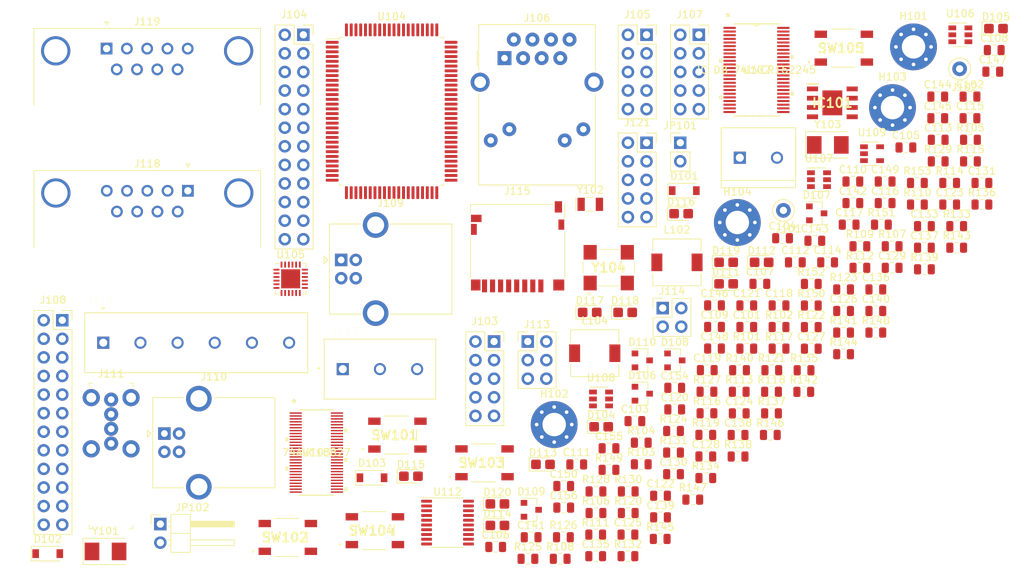
<source format=kicad_pcb>
(kicad_pcb (version 20171130) (host pcbnew 5.1.6-c6e7f7d~87~ubuntu16.04.1)
  (layers (0 F.Cu signal) (31 B.Cu signal) (34 B.Paste user) (35 F.Paste user) (36 B.SilkS user) (37 F.SilkS user) (38 B.Mask user) (39 F.Mask user) (44 Edge.Cuts user))
  (net 0 "")
  (net 1 +BATT)
  (net 2 GND)
  (net 3 "Net-(C102-Pad1)")
  (net 4 /~RESET)
  (net 5 /PH0-OSC_IN)
  (net 6 /PH1-OSC_OUT)
  (net 7 "Net-(C106-Pad1)")
  (net 8 +3V3)
  (net 9 /PC15-OSC32_OUT)
  (net 10 /PC14-OSC32_IN)
  (net 11 "Net-(C116-Pad1)")
  (net 12 "Net-(C117-Pad1)")
  (net 13 "Net-(C118-Pad1)")
  (net 14 "Net-(C119-Pad1)")
  (net 15 "Net-(C124-Pad2)")
  (net 16 "Net-(C125-Pad2)")
  (net 17 +12V)
  (net 18 /VBUS3)
  (net 19 /DBG_RST)
  (net 20 "Net-(C131-Pad1)")
  (net 21 "Net-(C131-Pad2)")
  (net 22 +5V)
  (net 23 "Net-(C148-Pad2)")
  (net 24 "Net-(C148-Pad1)")
  (net 25 "Net-(C154-Pad1)")
  (net 26 "Net-(C154-Pad2)")
  (net 27 /VBUS1)
  (net 28 /VBUS2)
  (net 29 "Net-(D103-Pad2)")
  (net 30 "Net-(D104-Pad1)")
  (net 31 "Net-(D105-Pad1)")
  (net 32 /LED_USR1)
  (net 33 /RS485_A1)
  (net 34 /RS485_B1)
  (net 35 /RS485_B2)
  (net 36 /RS485_A2)
  (net 37 /RS485_B3)
  (net 38 /RS485_A3)
  (net 39 /MVB485_A1)
  (net 40 /MVB485_B1)
  (net 41 /MVB485_B2)
  (net 42 /MVB485_A2)
  (net 43 "Net-(D111-Pad1)")
  (net 44 "Net-(D112-Pad1)")
  (net 45 "Net-(D113-Pad1)")
  (net 46 /LED_USR2)
  (net 47 "Net-(D114-Pad1)")
  (net 48 /LED_uP_TM)
  (net 49 "Net-(D115-Pad1)")
  (net 50 /LED_MVB_TM)
  (net 51 /LED_ETHERNET)
  (net 52 "Net-(D116-Pad1)")
  (net 53 /LED_SD)
  (net 54 "Net-(D117-Pad1)")
  (net 55 /LED_UART7)
  (net 56 "Net-(D118-Pad1)")
  (net 57 /LED_UART4)
  (net 58 "Net-(D119-Pad1)")
  (net 59 "Net-(D120-Pad1)")
  (net 60 /LED_USART6)
  (net 61 "Net-(IC101-Pad5)")
  (net 62 "Net-(IC101-Pad7)")
  (net 63 "Net-(IC101-Pad8)")
  (net 64 /U2_TX)
  (net 65 /U2_RX)
  (net 66 /UART7_TX)
  (net 67 /UART4_TX)
  (net 68 /UART7_DE)
  (net 69 /UART4_DE)
  (net 70 /UART7_RX)
  (net 71 /UART4_RX)
  (net 72 /GPIO_OUT5)
  (net 73 /GPIO_OUT6)
  (net 74 /GPIO_OUT3)
  (net 75 /GPIO_OUT4)
  (net 76 /GPIO_OUT1)
  (net 77 /GPIO_OUT2)
  (net 78 /TMR1)
  (net 79 /TMR2)
  (net 80 /INT2_EXT_MVB)
  (net 81 /INT3_EXT_MVB)
  (net 82 /INT0_EXT_MVB)
  (net 83 /INT1_EXT_MVB)
  (net 84 /TD+)
  (net 85 /TD-)
  (net 86 /RD+)
  (net 87 /RD-)
  (net 88 "Net-(J106-PadR7)")
  (net 89 "Net-(J106-PadL1)")
  (net 90 /MVB485_ENA)
  (net 91 /MVB485_OUT)
  (net 92 /MVB485_ICA)
  (net 93 /MVB485_ICB)
  (net 94 /GPIO_IN5)
  (net 95 /GPIO_IN6)
  (net 96 /GPIO_IN3)
  (net 97 /GPIO_IN4)
  (net 98 /GPIO_IN1)
  (net 99 /GPIO_IN2)
  (net 100 /GPIO_ANALOG2)
  (net 101 "Net-(J108-Pad3)")
  (net 102 /GPIO_ANALOG1)
  (net 103 /GPIO_ANALOG3)
  (net 104 /C_USBD_D+)
  (net 105 /C_USBD_D-)
  (net 106 /C_USB_SER_D-)
  (net 107 /C_USB_SER_D+)
  (net 108 /C_USBH_D-)
  (net 109 /C_USBH_D+)
  (net 110 /BOOT0_B)
  (net 111 /SWDIO_B)
  (net 112 /SWCLK_B)
  (net 113 /SWDIO)
  (net 114 /SWCLK)
  (net 115 /SDMMC_D1)
  (net 116 /SDMMC_D0)
  (net 117 /SDMMC_CLK)
  (net 118 /SDMMC_CMD)
  (net 119 /SDMMC_D3)
  (net 120 /SDMMC_D2)
  (net 121 "Net-(J118-Pad3)")
  (net 122 "Net-(J118-Pad6)")
  (net 123 "Net-(J119-Pad3)")
  (net 124 "Net-(J119-Pad8)")
  (net 125 /JTAG_MVB_TRST)
  (net 126 /JTAG_MVB_TDI)
  (net 127 /JTAG_MVB_TMS)
  (net 128 /JTAG_MVB_TDO)
  (net 129 /JTAG_MVB_TCK)
  (net 130 /~BOOT)
  (net 131 /ENET_MDIO)
  (net 132 /ENET_MDC)
  (net 133 "Net-(R106-Pad1)")
  (net 134 /ETH_LED)
  (net 135 /USER_SWITCH1)
  (net 136 /ERR_USB)
  (net 137 /USER_SWITCH2)
  (net 138 "Net-(R152-Pad2)")
  (net 139 /RESET_MVB)
  (net 140 /DIR)
  (net 141 /MD0-u)
  (net 142 /MD1-u)
  (net 143 /MD2-u)
  (net 144 /MD3-u)
  (net 145 /MD4-u)
  (net 146 /MD5-u)
  (net 147 /MD6-u)
  (net 148 /MD7-u)
  (net 149 /MD8-u)
  (net 150 /MD9-u)
  (net 151 /MD10-u)
  (net 152 /MD11-u)
  (net 153 /MD12-u)
  (net 154 /MD13-u)
  (net 155 /MD14-u)
  (net 156 /MD15-u)
  (net 157 /OE-D_EN)
  (net 158 /MD15-MVB)
  (net 159 /MD14-MVB)
  (net 160 /MD13-MVB)
  (net 161 /MD12-MVB)
  (net 162 /MD11-MVB)
  (net 163 /MD10-MVB)
  (net 164 /MD9-MVB)
  (net 165 /MD8-MVB)
  (net 166 /MD7-MVB)
  (net 167 /MD6-MVB)
  (net 168 /MD5-MVB)
  (net 169 /MD4-MVB)
  (net 170 /MD3-MVB)
  (net 171 /MD2-MVB)
  (net 172 /MD1-MVB)
  (net 173 /MD0-MVB)
  (net 174 /OE-A_EN)
  (net 175 /MA1-MVB)
  (net 176 /MA2-MVB)
  (net 177 /MA3-MVB)
  (net 178 /MA4-MVB)
  (net 179 /MA5-MVB)
  (net 180 /MA6-MVB)
  (net 181 /MA7-MVB)
  (net 182 /MA8-MVB)
  (net 183 /MA9-MVB)
  (net 184 /MA10-MVB)
  (net 185 /MA11-MVB)
  (net 186 /MA12-MVB)
  (net 187 /MA13-MVB)
  (net 188 /MA14-MVB)
  (net 189 /MA15-MVB)
  (net 190 /MA16-MVB)
  (net 191 /MA17-MVB)
  (net 192 /MA18-MVB)
  (net 193 /MA19-MVB)
  (net 194 "Net-(U103-Pad27)")
  (net 195 "Net-(U103-Pad30)")
  (net 196 /MA19-u)
  (net 197 /MA18-u)
  (net 198 /MA17-u)
  (net 199 /MA16-u)
  (net 200 /MA15-u)
  (net 201 /MA14-u)
  (net 202 /MA13-u)
  (net 203 /MA12-u)
  (net 204 /MA11-u)
  (net 205 /MA10-u)
  (net 206 /MA9-u)
  (net 207 /MA8-u)
  (net 208 /MA7-u)
  (net 209 /MA6-u)
  (net 210 /MA5-u)
  (net 211 /MA4-u)
  (net 212 /MA3-u)
  (net 213 /MA2-u)
  (net 214 /MA1-u)
  (net 215 /STROBE_MVB)
  (net 216 /INT0_MVB)
  (net 217 /INT1_MVB)
  (net 218 /RDY-MVB)
  (net 219 /RD-MVB)
  (net 220 /WR-MVB)
  (net 221 /TM_REQ_CPU-MVB)
  (net 222 /SCAN_EN_MVB)
  (net 223 /Z-MODE_MVB)
  (net 224 /TMRDN)
  (net 225 /TMWRN)
  (net 226 /TMCSN)
  (net 227 /DATA_ACK_MVB)
  (net 228 /SCAN_TEST_MVB)
  (net 229 /CLK_MVB)
  (net 230 /ENET_RXD1)
  (net 231 /ENET_RXD0)
  (net 232 /ENET_CRS_DV)
  (net 233 /ENET_REF_CLK)
  (net 234 "Net-(U105-Pad17)")
  (net 235 "Net-(U105-Pad18)")
  (net 236 /ENET_TXEN)
  (net 237 /ENET_TXD0)
  (net 238 /ENET_TXD1)
  (net 239 /USB_OTG_HS_DM)
  (net 240 /USB_OTG_HS_DP)
  (net 241 /USB_OTG_FS_DP)
  (net 242 /USB_OTG_FS_DM)
  (net 243 /USB_SER_D+)
  (net 244 /USB_SER_D-)
  (net 245 /ENABLE_USB)
  (net 246 "Net-(U112-Pad2)")
  (net 247 "Net-(U112-Pad3)")
  (net 248 "Net-(U112-Pad11)")
  (net 249 "Net-(U112-Pad12)")
  (net 250 "Net-(U112-Pad13)")
  (net 251 "Net-(U112-Pad14)")
  (module Capacitor_SMD:C_0805_2012Metric (layer F.Cu) (at 181.915001 96.565001)
    (fp_text reference C101 (at 0 -1.65) (layer F.SilkS))
    (fp_text value 0.1u)
    (pad 1 smd roundrect (at -0.9375 0) (size 0.975 1.4) (layers F.Cu F.Paste F.Mask) (net 1 +BATT))
    (pad 2 smd roundrect (at 0.9375 0) (size 0.975 1.4) (layers F.Cu F.Paste F.Mask) (net 2 GND))
  )
  (module Capacitor_SMD:C_0805_2012Metric (layer F.Cu) (at 212.425001 65.075001)
    (fp_text reference C102 (at 0 -1.65) (layer F.SilkS))
    (fp_text value 0.1u)
    (pad 1 smd roundrect (at -0.9375 0) (size 0.975 1.4) (layers F.Cu F.Paste F.Mask) (net 3 "Net-(C102-Pad1)"))
    (pad 2 smd roundrect (at 0.9375 0) (size 0.975 1.4) (layers F.Cu F.Paste F.Mask) (net 2 GND))
  )
  (module Capacitor_SMD:C_0805_2012Metric (layer F.Cu) (at 166.625001 109.425001)
    (fp_text reference C103 (at 0 -1.65) (layer F.SilkS))
    (fp_text value 0.1u)
    (pad 2 smd roundrect (at 0.9375 0) (size 0.975 1.4) (layers F.Cu F.Paste F.Mask) (net 2 GND))
    (pad 1 smd roundrect (at -0.9375 0) (size 0.975 1.4) (layers F.Cu F.Paste F.Mask) (net 4 /~RESET))
  )
  (module Capacitor_SMD:C_0805_2012Metric (layer F.Cu) (at 186.805001 84.425001)
    (fp_text reference C104 (at 0 -1.65) (layer F.SilkS))
    (fp_text value 18p)
    (pad 1 smd roundrect (at -0.9375 0) (size 0.975 1.4) (layers F.Cu F.Paste F.Mask) (net 5 /PH0-OSC_IN))
    (pad 2 smd roundrect (at 0.9375 0) (size 0.975 1.4) (layers F.Cu F.Paste F.Mask) (net 2 GND))
  )
  (module Capacitor_SMD:C_0805_2012Metric (layer F.Cu) (at 203.665001 72.025001)
    (fp_text reference C105 (at 0 -1.65) (layer F.SilkS))
    (fp_text value 18p)
    (pad 2 smd roundrect (at 0.9375 0) (size 0.975 1.4) (layers F.Cu F.Paste F.Mask) (net 2 GND))
    (pad 1 smd roundrect (at -0.9375 0) (size 0.975 1.4) (layers F.Cu F.Paste F.Mask) (net 6 /PH1-OSC_OUT))
  )
  (module Capacitor_SMD:C_0805_2012Metric (layer F.Cu) (at 147.595001 126.625001)
    (fp_text reference C106 (at 0 -1.65) (layer F.SilkS))
    (fp_text value 0.1u)
    (pad 2 smd roundrect (at 0.9375 0) (size 0.975 1.4) (layers F.Cu F.Paste F.Mask) (net 2 GND))
    (pad 1 smd roundrect (at -0.9375 0) (size 0.975 1.4) (layers F.Cu F.Paste F.Mask) (net 7 "Net-(C106-Pad1)"))
  )
  (module Capacitor_SMD:C_0805_2012Metric (layer F.Cu) (at 183.705001 90.665001)
    (fp_text reference C107 (at 0 -1.65) (layer F.SilkS))
    (fp_text value 0.1u)
    (pad 1 smd roundrect (at -0.9375 0) (size 0.975 1.4) (layers F.Cu F.Paste F.Mask) (net 8 +3V3))
    (pad 2 smd roundrect (at 0.9375 0) (size 0.975 1.4) (layers F.Cu F.Paste F.Mask) (net 2 GND))
  )
  (module Capacitor_SMD:C_0805_2012Metric (layer F.Cu) (at 215.735001 58.715001)
    (fp_text reference C108 (at 0 -1.65) (layer F.SilkS))
    (fp_text value 4.7u)
    (pad 2 smd roundrect (at 0.9375 0) (size 0.975 1.4) (layers F.Cu F.Paste F.Mask) (net 2 GND))
    (pad 1 smd roundrect (at -0.9375 0) (size 0.975 1.4) (layers F.Cu F.Paste F.Mask) (net 8 +3V3))
  )
  (module Capacitor_SMD:C_0805_2012Metric (layer F.Cu) (at 177.505001 96.555001)
    (fp_text reference C109 (at 0 -1.65) (layer F.SilkS))
    (fp_text value 0.1u)
    (pad 2 smd roundrect (at 0.9375 0) (size 0.975 1.4) (layers F.Cu F.Paste F.Mask) (net 2 GND))
    (pad 1 smd roundrect (at -0.9375 0) (size 0.975 1.4) (layers F.Cu F.Paste F.Mask) (net 8 +3V3))
  )
  (module Capacitor_SMD:C_0805_2012Metric (layer F.Cu) (at 196.415001 76.675001)
    (fp_text reference C110 (at 0 -1.65) (layer F.SilkS))
    (fp_text value 0.1u)
    (pad 1 smd roundrect (at -0.9375 0) (size 0.975 1.4) (layers F.Cu F.Paste F.Mask) (net 8 +3V3))
    (pad 2 smd roundrect (at 0.9375 0) (size 0.975 1.4) (layers F.Cu F.Paste F.Mask) (net 2 GND))
  )
  (module Capacitor_SMD:C_0805_2012Metric (layer F.Cu) (at 158.675001 115.345001)
    (fp_text reference C111 (at 0 -1.65) (layer F.SilkS))
    (fp_text value 0.1u)
    (pad 1 smd roundrect (at -0.9375 0) (size 0.975 1.4) (layers F.Cu F.Paste F.Mask) (net 8 +3V3))
    (pad 2 smd roundrect (at 0.9375 0) (size 0.975 1.4) (layers F.Cu F.Paste F.Mask) (net 2 GND))
  )
  (module Capacitor_SMD:C_0805_2012Metric (layer F.Cu) (at 188.555001 87.725001)
    (fp_text reference C112 (at 0 -1.65) (layer F.SilkS))
    (fp_text value 0.1u)
    (pad 2 smd roundrect (at 0.9375 0) (size 0.975 1.4) (layers F.Cu F.Paste F.Mask) (net 2 GND))
    (pad 1 smd roundrect (at -0.9375 0) (size 0.975 1.4) (layers F.Cu F.Paste F.Mask) (net 8 +3V3))
  )
  (module Capacitor_SMD:C_0805_2012Metric (layer F.Cu) (at 208.075001 70.975001)
    (fp_text reference C113 (at 0 -1.65) (layer F.SilkS))
    (fp_text value 10p)
    (pad 2 smd roundrect (at 0.9375 0) (size 0.975 1.4) (layers F.Cu F.Paste F.Mask) (net 2 GND))
    (pad 1 smd roundrect (at -0.9375 0) (size 0.975 1.4) (layers F.Cu F.Paste F.Mask) (net 9 /PC15-OSC32_OUT))
  )
  (module Capacitor_SMD:C_0805_2012Metric (layer F.Cu) (at 192.965001 87.725001)
    (fp_text reference C114 (at 0 -1.65) (layer F.SilkS))
    (fp_text value 0.1u)
    (pad 2 smd roundrect (at 0.9375 0) (size 0.975 1.4) (layers F.Cu F.Paste F.Mask) (net 2 GND))
    (pad 1 smd roundrect (at -0.9375 0) (size 0.975 1.4) (layers F.Cu F.Paste F.Mask) (net 8 +3V3))
  )
  (module Capacitor_SMD:C_0805_2012Metric (layer F.Cu) (at 212.425001 68.025001)
    (fp_text reference C115 (at 0 -1.65) (layer F.SilkS))
    (fp_text value 10p)
    (pad 1 smd roundrect (at -0.9375 0) (size 0.975 1.4) (layers F.Cu F.Paste F.Mask) (net 10 /PC14-OSC32_IN))
    (pad 2 smd roundrect (at 0.9375 0) (size 0.975 1.4) (layers F.Cu F.Paste F.Mask) (net 2 GND))
  )
  (module Capacitor_SMD:C_0805_2012Metric (layer F.Cu) (at 200.825001 79.625001)
    (fp_text reference C116 (at 0 -1.65) (layer F.SilkS))
    (fp_text value 0.1u)
    (pad 1 smd roundrect (at -0.9375 0) (size 0.975 1.4) (layers F.Cu F.Paste F.Mask) (net 11 "Net-(C116-Pad1)"))
    (pad 2 smd roundrect (at 0.9375 0) (size 0.975 1.4) (layers F.Cu F.Paste F.Mask) (net 2 GND))
  )
  (module Capacitor_SMD:C_0805_2012Metric (layer F.Cu) (at 195.905001 82.575001)
    (fp_text reference C117 (at 0 -1.65) (layer F.SilkS))
    (fp_text value 22p)
    (pad 1 smd roundrect (at -0.9375 0) (size 0.975 1.4) (layers F.Cu F.Paste F.Mask) (net 12 "Net-(C117-Pad1)"))
    (pad 2 smd roundrect (at 0.9375 0) (size 0.975 1.4) (layers F.Cu F.Paste F.Mask) (net 2 GND))
  )
  (module Capacitor_SMD:C_0805_2012Metric (layer F.Cu) (at 186.325001 93.615001)
    (fp_text reference C118 (at 0 -1.65) (layer F.SilkS))
    (fp_text value 22p)
    (pad 2 smd roundrect (at 0.9375 0) (size 0.975 1.4) (layers F.Cu F.Paste F.Mask) (net 2 GND))
    (pad 1 smd roundrect (at -0.9375 0) (size 0.975 1.4) (layers F.Cu F.Paste F.Mask) (net 13 "Net-(C118-Pad1)"))
  )
  (module Capacitor_SMD:C_0805_2012Metric (layer F.Cu) (at 176.515001 102.455001)
    (fp_text reference C119 (at 0 -1.65) (layer F.SilkS))
    (fp_text value 2.2u)
    (pad 1 smd roundrect (at -0.9375 0) (size 0.975 1.4) (layers F.Cu F.Paste F.Mask) (net 14 "Net-(C119-Pad1)"))
    (pad 2 smd roundrect (at 0.9375 0) (size 0.975 1.4) (layers F.Cu F.Paste F.Mask) (net 2 GND))
  )
  (module Capacitor_SMD:C_0805_2012Metric (layer F.Cu) (at 172.065001 107.825001)
    (fp_text reference C120 (at 0 -1.65) (layer F.SilkS))
    (fp_text value 4.7u)
    (pad 2 smd roundrect (at 0.9375 0) (size 0.975 1.4) (layers F.Cu F.Paste F.Mask) (net 2 GND))
    (pad 1 smd roundrect (at -0.9375 0) (size 0.975 1.4) (layers F.Cu F.Paste F.Mask) (net 14 "Net-(C119-Pad1)"))
  )
  (module Capacitor_SMD:C_0805_2012Metric (layer F.Cu) (at 181.915001 93.615001)
    (fp_text reference C121 (at 0 -1.65) (layer F.SilkS))
    (fp_text value 4.7u)
    (pad 1 smd roundrect (at -0.9375 0) (size 0.975 1.4) (layers F.Cu F.Paste F.Mask) (net 8 +3V3))
    (pad 2 smd roundrect (at 0.9375 0) (size 0.975 1.4) (layers F.Cu F.Paste F.Mask) (net 2 GND))
  )
  (module Capacitor_SMD:C_0805_2012Metric (layer F.Cu) (at 170.125001 119.625001)
    (fp_text reference C122 (at 0 -1.65) (layer F.SilkS))
    (fp_text value 0.1u)
    (pad 2 smd roundrect (at 0.9375 0) (size 0.975 1.4) (layers F.Cu F.Paste F.Mask) (net 2 GND))
    (pad 1 smd roundrect (at -0.9375 0) (size 0.975 1.4) (layers F.Cu F.Paste F.Mask) (net 8 +3V3))
  )
  (module Capacitor_SMD:C_0805_2012Metric (layer F.Cu) (at 209.645001 79.825001)
    (fp_text reference C123 (at 0 -1.65) (layer F.SilkS))
    (fp_text value 0.1u)
    (pad 2 smd roundrect (at 0.9375 0) (size 0.975 1.4) (layers F.Cu F.Paste F.Mask) (net 2 GND))
    (pad 1 smd roundrect (at -0.9375 0) (size 0.975 1.4) (layers F.Cu F.Paste F.Mask) (net 8 +3V3))
  )
  (module Capacitor_SMD:C_0805_2012Metric (layer F.Cu) (at 180.885001 108.365001)
    (fp_text reference C124 (at 0 -1.65) (layer F.SilkS))
    (fp_text value 0.1u)
    (pad 1 smd roundrect (at -0.9375 0) (size 0.975 1.4) (layers F.Cu F.Paste F.Mask) (net 2 GND))
    (pad 2 smd roundrect (at 0.9375 0) (size 0.975 1.4) (layers F.Cu F.Paste F.Mask) (net 15 "Net-(C124-Pad2)"))
  )
  (module Capacitor_SMD:C_0805_2012Metric (layer F.Cu) (at 165.675001 124.935001)
    (fp_text reference C125 (at 0 -1.65) (layer F.SilkS))
    (fp_text value 0.1u)
    (pad 1 smd roundrect (at -0.9375 0) (size 0.975 1.4) (layers F.Cu F.Paste F.Mask) (net 2 GND))
    (pad 2 smd roundrect (at 0.9375 0) (size 0.975 1.4) (layers F.Cu F.Paste F.Mask) (net 16 "Net-(C125-Pad2)"))
  )
  (module Capacitor_SMD:C_0805_2012Metric (layer F.Cu) (at 195.145001 94.375001)
    (fp_text reference C126 (at 0 -1.65) (layer F.SilkS))
    (fp_text value 2.2u)
    (pad 2 smd roundrect (at 0.9375 0) (size 0.975 1.4) (layers F.Cu F.Paste F.Mask) (net 2 GND))
    (pad 1 smd roundrect (at -0.9375 0) (size 0.975 1.4) (layers F.Cu F.Paste F.Mask) (net 17 +12V))
  )
  (module Capacitor_SMD:C_0805_2012Metric (layer F.Cu) (at 190.735001 99.525001)
    (fp_text reference C127 (at 0 -1.65) (layer F.SilkS))
    (fp_text value 2.2u)
    (pad 1 smd roundrect (at -0.9375 0) (size 0.975 1.4) (layers F.Cu F.Paste F.Mask) (net 18 /VBUS3))
    (pad 2 smd roundrect (at 0.9375 0) (size 0.975 1.4) (layers F.Cu F.Paste F.Mask) (net 2 GND))
  )
  (module Capacitor_SMD:C_0805_2012Metric (layer F.Cu) (at 176.315001 114.255001)
    (fp_text reference C128 (at 0 -1.65) (layer F.SilkS))
    (fp_text value 10u)
    (pad 2 smd roundrect (at 0.9375 0) (size 0.975 1.4) (layers F.Cu F.Paste F.Mask) (net 2 GND))
    (pad 1 smd roundrect (at -0.9375 0) (size 0.975 1.4) (layers F.Cu F.Paste F.Mask) (net 17 +12V))
  )
  (module Capacitor_SMD:C_0805_2012Metric (layer F.Cu) (at 201.785001 88.475001)
    (fp_text reference C129 (at 0 -1.65) (layer F.SilkS))
    (fp_text value 0.1u)
    (pad 2 smd roundrect (at 0.9375 0) (size 0.975 1.4) (layers F.Cu F.Paste F.Mask) (net 2 GND))
    (pad 1 smd roundrect (at -0.9375 0) (size 0.975 1.4) (layers F.Cu F.Paste F.Mask) (net 8 +3V3))
  )
  (module Capacitor_SMD:C_0805_2012Metric (layer F.Cu) (at 171.905001 116.675001)
    (fp_text reference C130 (at 0 -1.65) (layer F.SilkS))
    (fp_text value 0.1u)
    (pad 2 smd roundrect (at 0.9375 0) (size 0.975 1.4) (layers F.Cu F.Paste F.Mask) (net 19 /DBG_RST))
    (pad 1 smd roundrect (at -0.9375 0) (size 0.975 1.4) (layers F.Cu F.Paste F.Mask) (net 2 GND))
  )
  (module Capacitor_SMD:C_0805_2012Metric (layer F.Cu) (at 214.055001 76.875001)
    (fp_text reference C131 (at 0 -1.65) (layer F.SilkS))
    (fp_text value 3.3n)
    (pad 1 smd roundrect (at -0.9375 0) (size 0.975 1.4) (layers F.Cu F.Paste F.Mask) (net 20 "Net-(C131-Pad1)"))
    (pad 2 smd roundrect (at 0.9375 0) (size 0.975 1.4) (layers F.Cu F.Paste F.Mask) (net 21 "Net-(C131-Pad2)"))
  )
  (module Capacitor_SMD:C_0805_2012Metric (layer F.Cu) (at 206.195001 82.775001)
    (fp_text reference C133 (at 0 -1.65) (layer F.SilkS))
    (fp_text value 0.1u)
    (pad 2 smd roundrect (at 0.9375 0) (size 0.975 1.4) (layers F.Cu F.Paste F.Mask) (net 8 +3V3))
    (pad 1 smd roundrect (at -0.9375 0) (size 0.975 1.4) (layers F.Cu F.Paste F.Mask) (net 2 GND))
  )
  (module Capacitor_SMD:C_0805_2012Metric (layer F.Cu) (at 161.265001 127.885001)
    (fp_text reference C135 (at 0 -1.65) (layer F.SilkS))
    (fp_text value 0.1u)
    (pad 1 smd roundrect (at -0.9375 0) (size 0.975 1.4) (layers F.Cu F.Paste F.Mask) (net 8 +3V3))
    (pad 2 smd roundrect (at 0.9375 0) (size 0.975 1.4) (layers F.Cu F.Paste F.Mask) (net 2 GND))
  )
  (module Capacitor_SMD:C_0805_2012Metric (layer F.Cu) (at 199.555001 91.425001)
    (fp_text reference C136 (at 0 -1.65) (layer F.SilkS))
    (fp_text value 0.1u)
    (pad 1 smd roundrect (at -0.9375 0) (size 0.975 1.4) (layers F.Cu F.Paste F.Mask) (net 8 +3V3))
    (pad 2 smd roundrect (at 0.9375 0) (size 0.975 1.4) (layers F.Cu F.Paste F.Mask) (net 2 GND))
  )
  (module Capacitor_SMD:C_0805_2012Metric (layer F.Cu) (at 206.195001 85.725001)
    (fp_text reference C137 (at 0 -1.65) (layer F.SilkS))
    (fp_text value 0.1u)
    (pad 1 smd roundrect (at -0.9375 0) (size 0.975 1.4) (layers F.Cu F.Paste F.Mask) (net 8 +3V3))
    (pad 2 smd roundrect (at 0.9375 0) (size 0.975 1.4) (layers F.Cu F.Paste F.Mask) (net 2 GND))
  )
  (module Capacitor_SMD:C_0805_2012Metric (layer F.Cu) (at 180.725001 111.315001)
    (fp_text reference C138 (at 0 -1.65) (layer F.SilkS))
    (fp_text value 0.1u)
    (pad 1 smd roundrect (at -0.9375 0) (size 0.975 1.4) (layers F.Cu F.Paste F.Mask) (net 8 +3V3))
    (pad 2 smd roundrect (at 0.9375 0) (size 0.975 1.4) (layers F.Cu F.Paste F.Mask) (net 2 GND))
  )
  (module Capacitor_SMD:C_0805_2012Metric (layer F.Cu) (at 170.125001 122.575001)
    (fp_text reference C139 (at 0 -1.65) (layer F.SilkS))
    (fp_text value 0.1u)
    (pad 2 smd roundrect (at 0.9375 0) (size 0.975 1.4) (layers F.Cu F.Paste F.Mask) (net 2 GND))
    (pad 1 smd roundrect (at -0.9375 0) (size 0.975 1.4) (layers F.Cu F.Paste F.Mask) (net 8 +3V3))
  )
  (module Capacitor_SMD:C_0805_2012Metric (layer F.Cu) (at 199.555001 94.375001)
    (fp_text reference C140 (at 0 -1.65) (layer F.SilkS))
    (fp_text value 0.1u)
    (pad 2 smd roundrect (at 0.9375 0) (size 0.975 1.4) (layers F.Cu F.Paste F.Mask) (net 2 GND))
    (pad 1 smd roundrect (at -0.9375 0) (size 0.975 1.4) (layers F.Cu F.Paste F.Mask) (net 8 +3V3))
  )
  (module Capacitor_SMD:C_0805_2012Metric (layer F.Cu) (at 152.445001 125.295001)
    (fp_text reference C141 (at 0 -1.65) (layer F.SilkS))
    (fp_text value 4.7u)
    (pad 1 smd roundrect (at -0.9375 0) (size 0.975 1.4) (layers F.Cu F.Paste F.Mask) (net 22 +5V))
    (pad 2 smd roundrect (at 0.9375 0) (size 0.975 1.4) (layers F.Cu F.Paste F.Mask) (net 2 GND))
  )
  (module Capacitor_SMD:C_0805_2012Metric (layer F.Cu) (at 196.415001 79.625001)
    (fp_text reference C142 (at 0 -1.65) (layer F.SilkS))
    (fp_text value 0.1u)
    (pad 2 smd roundrect (at 0.9375 0) (size 0.975 1.4) (layers F.Cu F.Paste F.Mask) (net 2 GND))
    (pad 1 smd roundrect (at -0.9375 0) (size 0.975 1.4) (layers F.Cu F.Paste F.Mask) (net 22 +5V))
  )
  (module Capacitor_SMD:C_0805_2012Metric (layer F.Cu) (at 191.215001 84.775001)
    (fp_text reference C143 (at 0 -1.65) (layer F.SilkS))
    (fp_text value 0.1u)
    (pad 1 smd roundrect (at -0.9375 0) (size 0.975 1.4) (layers F.Cu F.Paste F.Mask) (net 22 +5V))
    (pad 2 smd roundrect (at 0.9375 0) (size 0.975 1.4) (layers F.Cu F.Paste F.Mask) (net 2 GND))
  )
  (module Capacitor_SMD:C_0805_2012Metric (layer F.Cu) (at 208.015001 65.075001)
    (fp_text reference C144 (at 0 -1.65) (layer F.SilkS))
    (fp_text value 0.1u)
    (pad 2 smd roundrect (at 0.9375 0) (size 0.975 1.4) (layers F.Cu F.Paste F.Mask) (net 2 GND))
    (pad 1 smd roundrect (at -0.9375 0) (size 0.975 1.4) (layers F.Cu F.Paste F.Mask) (net 22 +5V))
  )
  (module Capacitor_SMD:C_0805_2012Metric (layer F.Cu) (at 208.015001 68.025001)
    (fp_text reference C145 (at 0 -1.65) (layer F.SilkS))
    (fp_text value 0.1u)
    (pad 1 smd roundrect (at -0.9375 0) (size 0.975 1.4) (layers F.Cu F.Paste F.Mask) (net 22 +5V))
    (pad 2 smd roundrect (at 0.9375 0) (size 0.975 1.4) (layers F.Cu F.Paste F.Mask) (net 2 GND))
  )
  (module Capacitor_SMD:C_0805_2012Metric (layer F.Cu) (at 177.505001 93.605001)
    (fp_text reference C146 (at 0 -1.65) (layer F.SilkS))
    (fp_text value 0.1u)
    (pad 2 smd roundrect (at 0.9375 0) (size 0.975 1.4) (layers F.Cu F.Paste F.Mask) (net 2 GND))
    (pad 1 smd roundrect (at -0.9375 0) (size 0.975 1.4) (layers F.Cu F.Paste F.Mask) (net 22 +5V))
  )
  (module Capacitor_SMD:C_0805_2012Metric (layer F.Cu) (at 215.535001 61.665001)
    (fp_text reference C147 (at 0 -1.65) (layer F.SilkS))
    (fp_text value 10u)
    (pad 2 smd roundrect (at 0.9375 0) (size 0.975 1.4) (layers F.Cu F.Paste F.Mask) (net 2 GND))
    (pad 1 smd roundrect (at -0.9375 0) (size 0.975 1.4) (layers F.Cu F.Paste F.Mask) (net 17 +12V))
  )
  (module Capacitor_SMD:C_0805_2012Metric (layer F.Cu) (at 177.505001 99.505001)
    (fp_text reference C148 (at 0 -1.65) (layer F.SilkS))
    (fp_text value 0.1u)
    (pad 2 smd roundrect (at 0.9375 0) (size 0.975 1.4) (layers F.Cu F.Paste F.Mask) (net 23 "Net-(C148-Pad2)"))
    (pad 1 smd roundrect (at -0.9375 0) (size 0.975 1.4) (layers F.Cu F.Paste F.Mask) (net 24 "Net-(C148-Pad1)"))
  )
  (module Capacitor_SMD:C_0805_2012Metric (layer F.Cu) (at 200.825001 76.675001)
    (fp_text reference C149 (at 0 -1.65) (layer F.SilkS))
    (fp_text value 2.2u)
    (pad 1 smd roundrect (at -0.9375 0) (size 0.975 1.4) (layers F.Cu F.Paste F.Mask) (net 22 +5V))
    (pad 2 smd roundrect (at 0.9375 0) (size 0.975 1.4) (layers F.Cu F.Paste F.Mask) (net 2 GND))
  )
  (module Capacitor_SMD:C_0805_2012Metric (layer F.Cu) (at 156.895001 118.295001)
    (fp_text reference C150 (at 0 -1.65) (layer F.SilkS))
    (fp_text value 2.2u)
    (pad 2 smd roundrect (at 0.9375 0) (size 0.975 1.4) (layers F.Cu F.Paste F.Mask) (net 2 GND))
    (pad 1 smd roundrect (at -0.9375 0) (size 0.975 1.4) (layers F.Cu F.Paste F.Mask) (net 22 +5V))
  )
  (module Capacitor_SMD:C_0805_2012Metric (layer F.Cu) (at 172.065001 104.875001)
    (fp_text reference C154 (at 0 -1.65) (layer F.SilkS))
    (fp_text value 10n)
    (pad 1 smd roundrect (at -0.9375 0) (size 0.975 1.4) (layers F.Cu F.Paste F.Mask) (net 25 "Net-(C154-Pad1)"))
    (pad 2 smd roundrect (at 0.9375 0) (size 0.975 1.4) (layers F.Cu F.Paste F.Mask) (net 26 "Net-(C154-Pad2)"))
  )
  (module Capacitor_SMD:C_0805_2012Metric (layer F.Cu) (at 163.085001 113.135001)
    (fp_text reference C155 (at 0 -1.65) (layer F.SilkS))
    (fp_text value 2.2u)
    (pad 1 smd roundrect (at -0.9375 0) (size 0.975 1.4) (layers F.Cu F.Paste F.Mask) (net 8 +3V3))
    (pad 2 smd roundrect (at 0.9375 0) (size 0.975 1.4) (layers F.Cu F.Paste F.Mask) (net 2 GND))
  )
  (module Capacitor_SMD:C_0805_2012Metric (layer F.Cu) (at 156.895001 121.245001)
    (fp_text reference C156 (at 0 -1.65) (layer F.SilkS))
    (fp_text value 2.2u)
    (pad 1 smd roundrect (at -0.9375 0) (size 0.975 1.4) (layers F.Cu F.Paste F.Mask) (net 8 +3V3))
    (pad 2 smd roundrect (at 0.9375 0) (size 0.975 1.4) (layers F.Cu F.Paste F.Mask) (net 2 GND))
  )
  (module Diode_SMD:D_SOD-123 (layer F.Cu) (at 173.375001 77.925001)
    (fp_text reference D101 (at 0 -2) (layer F.SilkS))
    (fp_text value B120-E3)
    (pad 1 smd rect (at -1.65 0) (size 0.9 1.2) (layers F.Cu F.Paste F.Mask) (net 17 +12V))
    (pad 2 smd rect (at 1.65 0) (size 0.9 1.2) (layers F.Cu F.Paste F.Mask) (net 27 /VBUS1))
  )
  (module Diode_SMD:D_SOD-123 (layer F.Cu) (at 86.375001 127.535001)
    (fp_text reference D102 (at 0 -2) (layer F.SilkS))
    (fp_text value B120-E3)
    (pad 2 smd rect (at 1.65 0) (size 0.9 1.2) (layers F.Cu F.Paste F.Mask) (net 28 /VBUS2))
    (pad 1 smd rect (at -1.65 0) (size 0.9 1.2) (layers F.Cu F.Paste F.Mask) (net 17 +12V))
  )
  (module Diode_SMD:D_SOD-123 (layer F.Cu) (at 130.695001 117.165001)
    (fp_text reference D103 (at 0 -2) (layer F.SilkS))
    (fp_text value B120-E3)
    (pad 1 smd rect (at -1.65 0) (size 0.9 1.2) (layers F.Cu F.Paste F.Mask) (net 17 +12V))
    (pad 2 smd rect (at 1.65 0) (size 0.9 1.2) (layers F.Cu F.Paste F.Mask) (net 29 "Net-(D103-Pad2)"))
  )
  (module LED_SMD:LED_0805_2012Metric_Castellated (layer F.Cu) (at 162.015001 110.190001)
    (fp_text reference D104 (at 0 -1.6) (layer F.SilkS))
    (fp_text value LED_PWR_3,3V)
    (pad 1 smd roundrect (at -0.9625 0) (size 1.325 1.3) (layers F.Cu F.Paste F.Mask) (roundrect_rratio 0.192308) (net 30 "Net-(D104-Pad1)"))
    (pad 2 smd roundrect (at 0.9625 0) (size 1.325 1.3) (layers F.Cu F.Paste F.Mask) (roundrect_rratio 0.192308) (net 8 +3V3))
  )
  (module LED_SMD:LED_0805_2012Metric_Castellated (layer F.Cu) (at 215.975001 55.770001)
    (fp_text reference D105 (at 0 -1.6) (layer F.SilkS))
    (fp_text value LED_USR1)
    (pad 1 smd roundrect (at -0.9625 0) (size 1.325 1.3) (layers F.Cu F.Paste F.Mask) (roundrect_rratio 0.192308) (net 31 "Net-(D105-Pad1)"))
    (pad 2 smd roundrect (at 0.9625 0) (size 1.325 1.3) (layers F.Cu F.Paste F.Mask) (roundrect_rratio 0.192308) (net 32 /LED_USR1))
  )
  (module Package_TO_SOT_SMD:SOT-23 (layer F.Cu) (at 167.635001 105.675001)
    (fp_text reference D106 (at 0 -2.5) (layer F.SilkS))
    (fp_text value NUP2105L)
    (pad 3 smd rect (at 1 0) (size 0.9 0.8) (layers F.Cu F.Paste F.Mask) (net 2 GND))
    (pad 2 smd rect (at -1 0.95) (size 0.9 0.8) (layers F.Cu F.Paste F.Mask) (net 33 /RS485_A1))
    (pad 1 smd rect (at -1 -0.95) (size 0.9 0.8) (layers F.Cu F.Paste F.Mask) (net 34 /RS485_B1))
  )
  (module Package_TO_SOT_SMD:SOT-23 (layer F.Cu) (at 191.475001 81.025001)
    (fp_text reference D107 (at 0 -2.5) (layer F.SilkS))
    (fp_text value NUP2105L)
    (pad 1 smd rect (at -1 -0.95) (size 0.9 0.8) (layers F.Cu F.Paste F.Mask) (net 35 /RS485_B2))
    (pad 2 smd rect (at -1 0.95) (size 0.9 0.8) (layers F.Cu F.Paste F.Mask) (net 36 /RS485_A2))
    (pad 3 smd rect (at 1 0) (size 0.9 0.8) (layers F.Cu F.Paste F.Mask) (net 2 GND))
  )
  (module Package_TO_SOT_SMD:SOT-23 (layer F.Cu) (at 172.085001 101.125001)
    (fp_text reference D108 (at 0 -2.5) (layer F.SilkS))
    (fp_text value NUP2105L)
    (pad 1 smd rect (at -1 -0.95) (size 0.9 0.8) (layers F.Cu F.Paste F.Mask) (net 37 /RS485_B3))
    (pad 2 smd rect (at -1 0.95) (size 0.9 0.8) (layers F.Cu F.Paste F.Mask) (net 38 /RS485_A3))
    (pad 3 smd rect (at 1 0) (size 0.9 0.8) (layers F.Cu F.Paste F.Mask) (net 2 GND))
  )
  (module Package_TO_SOT_SMD:SOT-23 (layer F.Cu) (at 152.465001 121.545001)
    (fp_text reference D109 (at 0 -2.5) (layer F.SilkS))
    (fp_text value NUP2105L)
    (pad 3 smd rect (at 1 0) (size 0.9 0.8) (layers F.Cu F.Paste F.Mask) (net 2 GND))
    (pad 2 smd rect (at -1 0.95) (size 0.9 0.8) (layers F.Cu F.Paste F.Mask) (net 39 /MVB485_A1))
    (pad 1 smd rect (at -1 -0.95) (size 0.9 0.8) (layers F.Cu F.Paste F.Mask) (net 40 /MVB485_B1))
  )
  (module Package_TO_SOT_SMD:SOT-23 (layer F.Cu) (at 167.635001 101.125001)
    (fp_text reference D110 (at 0 -2.5) (layer F.SilkS))
    (fp_text value NUP2105L)
    (pad 1 smd rect (at -1 -0.95) (size 0.9 0.8) (layers F.Cu F.Paste F.Mask) (net 41 /MVB485_B2))
    (pad 2 smd rect (at -1 0.95) (size 0.9 0.8) (layers F.Cu F.Paste F.Mask) (net 42 /MVB485_A2))
    (pad 3 smd rect (at 1 0) (size 0.9 0.8) (layers F.Cu F.Paste F.Mask) (net 2 GND))
  )
  (module LED_SMD:LED_0805_2012Metric_Castellated (layer F.Cu) (at 179.095001 90.660001)
    (fp_text reference D111 (at 0 -1.6) (layer F.SilkS))
    (fp_text value LED_PWR_USB)
    (pad 2 smd roundrect (at 0.9625 0) (size 1.325 1.3) (layers F.Cu F.Paste F.Mask) (roundrect_rratio 0.192308) (net 27 /VBUS1))
    (pad 1 smd roundrect (at -0.9625 0) (size 1.325 1.3) (layers F.Cu F.Paste F.Mask) (roundrect_rratio 0.192308) (net 43 "Net-(D111-Pad1)"))
  )
  (module LED_SMD:LED_0805_2012Metric_Castellated (layer F.Cu) (at 183.945001 87.720001)
    (fp_text reference D112 (at 0 -1.6) (layer F.SilkS))
    (fp_text value LED_PWR_5V)
    (pad 2 smd roundrect (at 0.9625 0) (size 1.325 1.3) (layers F.Cu F.Paste F.Mask) (roundrect_rratio 0.192308) (net 22 +5V))
    (pad 1 smd roundrect (at -0.9625 0) (size 1.325 1.3) (layers F.Cu F.Paste F.Mask) (roundrect_rratio 0.192308) (net 44 "Net-(D112-Pad1)"))
  )
  (module LED_SMD:LED_0805_2012Metric_Castellated (layer F.Cu) (at 154.065001 115.340001)
    (fp_text reference D113 (at 0 -1.6) (layer F.SilkS))
    (fp_text value LED_USR2)
    (pad 1 smd roundrect (at -0.9625 0) (size 1.325 1.3) (layers F.Cu F.Paste F.Mask) (roundrect_rratio 0.192308) (net 45 "Net-(D113-Pad1)"))
    (pad 2 smd roundrect (at 0.9625 0) (size 1.325 1.3) (layers F.Cu F.Paste F.Mask) (roundrect_rratio 0.192308) (net 46 /LED_USR2))
  )
  (module LED_SMD:LED_0805_2012Metric_Castellated (layer F.Cu) (at 147.835001 123.680001)
    (fp_text reference D114 (at 0 -1.6) (layer F.SilkS))
    (fp_text value LED_uP_TM)
    (pad 1 smd roundrect (at -0.9625 0) (size 1.325 1.3) (layers F.Cu F.Paste F.Mask) (roundrect_rratio 0.192308) (net 47 "Net-(D114-Pad1)"))
    (pad 2 smd roundrect (at 0.9625 0) (size 1.325 1.3) (layers F.Cu F.Paste F.Mask) (roundrect_rratio 0.192308) (net 48 /LED_uP_TM))
  )
  (module LED_SMD:LED_0805_2012Metric_Castellated (layer F.Cu) (at 136.015001 116.960001)
    (fp_text reference D115 (at 0 -1.6) (layer F.SilkS))
    (fp_text value LED_MVB_TM)
    (pad 1 smd roundrect (at -0.9625 0) (size 1.325 1.3) (layers F.Cu F.Paste F.Mask) (roundrect_rratio 0.192308) (net 49 "Net-(D115-Pad1)"))
    (pad 2 smd roundrect (at 0.9625 0) (size 1.325 1.3) (layers F.Cu F.Paste F.Mask) (roundrect_rratio 0.192308) (net 50 /LED_MVB_TM))
  )
  (module LED_SMD:LED_0805_2012Metric_Castellated (layer F.Cu) (at 172.945001 81.070001)
    (fp_text reference D116 (at 0 -1.6) (layer F.SilkS))
    (fp_text value LED_ETHERNET)
    (pad 2 smd roundrect (at 0.9625 0) (size 1.325 1.3) (layers F.Cu F.Paste F.Mask) (roundrect_rratio 0.192308) (net 51 /LED_ETHERNET))
    (pad 1 smd roundrect (at -0.9625 0) (size 1.325 1.3) (layers F.Cu F.Paste F.Mask) (roundrect_rratio 0.192308) (net 52 "Net-(D116-Pad1)"))
  )
  (module LED_SMD:LED_0805_2012Metric_Castellated (layer F.Cu) (at 160.445001 94.570001)
    (fp_text reference D117 (at 0 -1.6) (layer F.SilkS))
    (fp_text value LED_SD)
    (pad 2 smd roundrect (at 0.9625 0) (size 1.325 1.3) (layers F.Cu F.Paste F.Mask) (roundrect_rratio 0.192308) (net 53 /LED_SD))
    (pad 1 smd roundrect (at -0.9625 0) (size 1.325 1.3) (layers F.Cu F.Paste F.Mask) (roundrect_rratio 0.192308) (net 54 "Net-(D117-Pad1)"))
  )
  (module LED_SMD:LED_0805_2012Metric_Castellated (layer F.Cu) (at 165.295001 94.570001)
    (fp_text reference D118 (at 0 -1.6) (layer F.SilkS))
    (fp_text value LED_UART7)
    (pad 2 smd roundrect (at 0.9625 0) (size 1.325 1.3) (layers F.Cu F.Paste F.Mask) (roundrect_rratio 0.192308) (net 55 /LED_UART7))
    (pad 1 smd roundrect (at -0.9625 0) (size 1.325 1.3) (layers F.Cu F.Paste F.Mask) (roundrect_rratio 0.192308) (net 56 "Net-(D118-Pad1)"))
  )
  (module LED_SMD:LED_0805_2012Metric_Castellated (layer F.Cu) (at 179.095001 87.720001)
    (fp_text reference D119 (at 0 -1.6) (layer F.SilkS))
    (fp_text value LED_UART4)
    (pad 2 smd roundrect (at 0.9625 0) (size 1.325 1.3) (layers F.Cu F.Paste F.Mask) (roundrect_rratio 0.192308) (net 57 /LED_UART4))
    (pad 1 smd roundrect (at -0.9625 0) (size 1.325 1.3) (layers F.Cu F.Paste F.Mask) (roundrect_rratio 0.192308) (net 58 "Net-(D119-Pad1)"))
  )
  (module LED_SMD:LED_0805_2012Metric_Castellated (layer F.Cu) (at 147.835001 120.740001)
    (fp_text reference D120 (at 0 -1.6) (layer F.SilkS))
    (fp_text value LED_USART6)
    (pad 1 smd roundrect (at -0.9625 0) (size 1.325 1.3) (layers F.Cu F.Paste F.Mask) (roundrect_rratio 0.192308) (net 59 "Net-(D120-Pad1)"))
    (pad 2 smd roundrect (at 0.9625 0) (size 1.325 1.3) (layers F.Cu F.Paste F.Mask) (roundrect_rratio 0.192308) (net 60 /LED_USART6))
  )
  (module MountingHole:MountingHole_3.2mm_M3_Pad_Via (layer F.Cu) (at 204.705001 58.275001)
    (fp_text reference H101 (at 0 -4.2) (layer F.SilkS))
    (fp_text value MountingHole)
    (pad 1 thru_hole circle (at 0 0) (size 6.4 6.4) (drill 3.2) (layers *.Cu *.Mask) (net 2 GND))
    (pad 1 thru_hole circle (at 2.4 0) (size 0.8 0.8) (drill 0.5) (layers *.Cu *.Mask) (net 2 GND))
    (pad 1 thru_hole circle (at 1.697056 1.697056) (size 0.8 0.8) (drill 0.5) (layers *.Cu *.Mask) (net 2 GND))
    (pad 1 thru_hole circle (at 0 2.4) (size 0.8 0.8) (drill 0.5) (layers *.Cu *.Mask) (net 2 GND))
    (pad 1 thru_hole circle (at -1.697056 1.697056) (size 0.8 0.8) (drill 0.5) (layers *.Cu *.Mask) (net 2 GND))
    (pad 1 thru_hole circle (at -2.4 0) (size 0.8 0.8) (drill 0.5) (layers *.Cu *.Mask) (net 2 GND))
    (pad 1 thru_hole circle (at -1.697056 -1.697056) (size 0.8 0.8) (drill 0.5) (layers *.Cu *.Mask) (net 2 GND))
    (pad 1 thru_hole circle (at 0 -2.4) (size 0.8 0.8) (drill 0.5) (layers *.Cu *.Mask) (net 2 GND))
    (pad 1 thru_hole circle (at 1.697056 -1.697056) (size 0.8 0.8) (drill 0.5) (layers *.Cu *.Mask) (net 2 GND))
  )
  (module MountingHole:MountingHole_3.2mm_M3_Pad_Via (layer F.Cu) (at 155.595001 109.895001)
    (fp_text reference H102 (at 0 -4.2) (layer F.SilkS))
    (fp_text value MountingHole)
    (pad 1 thru_hole circle (at 1.697056 -1.697056) (size 0.8 0.8) (drill 0.5) (layers *.Cu *.Mask) (net 2 GND))
    (pad 1 thru_hole circle (at 0 -2.4) (size 0.8 0.8) (drill 0.5) (layers *.Cu *.Mask) (net 2 GND))
    (pad 1 thru_hole circle (at -1.697056 -1.697056) (size 0.8 0.8) (drill 0.5) (layers *.Cu *.Mask) (net 2 GND))
    (pad 1 thru_hole circle (at -2.4 0) (size 0.8 0.8) (drill 0.5) (layers *.Cu *.Mask) (net 2 GND))
    (pad 1 thru_hole circle (at -1.697056 1.697056) (size 0.8 0.8) (drill 0.5) (layers *.Cu *.Mask) (net 2 GND))
    (pad 1 thru_hole circle (at 0 2.4) (size 0.8 0.8) (drill 0.5) (layers *.Cu *.Mask) (net 2 GND))
    (pad 1 thru_hole circle (at 1.697056 1.697056) (size 0.8 0.8) (drill 0.5) (layers *.Cu *.Mask) (net 2 GND))
    (pad 1 thru_hole circle (at 2.4 0) (size 0.8 0.8) (drill 0.5) (layers *.Cu *.Mask) (net 2 GND))
    (pad 1 thru_hole circle (at 0 0) (size 6.4 6.4) (drill 3.2) (layers *.Cu *.Mask) (net 2 GND))
  )
  (module MountingHole:MountingHole_3.2mm_M3_Pad_Via (layer F.Cu) (at 201.835001 66.575001)
    (fp_text reference H103 (at 0 -4.2) (layer F.SilkS))
    (fp_text value MountingHole)
    (pad 1 thru_hole circle (at 0 0) (size 6.4 6.4) (drill 3.2) (layers *.Cu *.Mask) (net 2 GND))
    (pad 1 thru_hole circle (at 2.4 0) (size 0.8 0.8) (drill 0.5) (layers *.Cu *.Mask) (net 2 GND))
    (pad 1 thru_hole circle (at 1.697056 1.697056) (size 0.8 0.8) (drill 0.5) (layers *.Cu *.Mask) (net 2 GND))
    (pad 1 thru_hole circle (at 0 2.4) (size 0.8 0.8) (drill 0.5) (layers *.Cu *.Mask) (net 2 GND))
    (pad 1 thru_hole circle (at -1.697056 1.697056) (size 0.8 0.8) (drill 0.5) (layers *.Cu *.Mask) (net 2 GND))
    (pad 1 thru_hole circle (at -2.4 0) (size 0.8 0.8) (drill 0.5) (layers *.Cu *.Mask) (net 2 GND))
    (pad 1 thru_hole circle (at -1.697056 -1.697056) (size 0.8 0.8) (drill 0.5) (layers *.Cu *.Mask) (net 2 GND))
    (pad 1 thru_hole circle (at 0 -2.4) (size 0.8 0.8) (drill 0.5) (layers *.Cu *.Mask) (net 2 GND))
    (pad 1 thru_hole circle (at 1.697056 -1.697056) (size 0.8 0.8) (drill 0.5) (layers *.Cu *.Mask) (net 2 GND))
  )
  (module MountingHole:MountingHole_3.2mm_M3_Pad_Via (layer F.Cu) (at 180.625001 82.275001)
    (fp_text reference H104 (at 0 -4.2) (layer F.SilkS))
    (fp_text value MountingHole)
    (pad 1 thru_hole circle (at 1.697056 -1.697056) (size 0.8 0.8) (drill 0.5) (layers *.Cu *.Mask) (net 2 GND))
    (pad 1 thru_hole circle (at 0 -2.4) (size 0.8 0.8) (drill 0.5) (layers *.Cu *.Mask) (net 2 GND))
    (pad 1 thru_hole circle (at -1.697056 -1.697056) (size 0.8 0.8) (drill 0.5) (layers *.Cu *.Mask) (net 2 GND))
    (pad 1 thru_hole circle (at -2.4 0) (size 0.8 0.8) (drill 0.5) (layers *.Cu *.Mask) (net 2 GND))
    (pad 1 thru_hole circle (at -1.697056 1.697056) (size 0.8 0.8) (drill 0.5) (layers *.Cu *.Mask) (net 2 GND))
    (pad 1 thru_hole circle (at 0 2.4) (size 0.8 0.8) (drill 0.5) (layers *.Cu *.Mask) (net 2 GND))
    (pad 1 thru_hole circle (at 1.697056 1.697056) (size 0.8 0.8) (drill 0.5) (layers *.Cu *.Mask) (net 2 GND))
    (pad 1 thru_hole circle (at 2.4 0) (size 0.8 0.8) (drill 0.5) (layers *.Cu *.Mask) (net 2 GND))
    (pad 1 thru_hole circle (at 0 0) (size 6.4 6.4) (drill 3.2) (layers *.Cu *.Mask) (net 2 GND))
  )
  (module footprintsSnifferTCN:AP3512EMPTR-G1 (layer F.Cu) (at 193.610001 65.925001)
    (fp_text reference IC101 (at 0 0) (layer F.SilkS) (effects (font (size 1.27 1.27) (thickness 0.254))))
    (fp_text value "IC Reg 3,3 V AP3512EMPTR-G1" hide)
    (pad 1 smd rect (at -2.712 -1.905 90) (size 0.65 1.525) (layers F.Cu F.Paste F.Mask) (net 26 "Net-(C154-Pad2)"))
    (pad 2 smd rect (at -2.712 -0.635 90) (size 0.65 1.525) (layers F.Cu F.Paste F.Mask) (net 17 +12V))
    (pad 3 smd rect (at -2.712 0.635 90) (size 0.65 1.525) (layers F.Cu F.Paste F.Mask) (net 25 "Net-(C154-Pad1)"))
    (pad 4 smd rect (at -2.712 1.905 90) (size 0.65 1.525) (layers F.Cu F.Paste F.Mask) (net 2 GND))
    (pad 5 smd rect (at 2.712 1.905 90) (size 0.65 1.525) (layers F.Cu F.Paste F.Mask) (net 61 "Net-(IC101-Pad5)"))
    (pad 6 smd rect (at 2.712 0.635 90) (size 0.65 1.525) (layers F.Cu F.Paste F.Mask) (net 21 "Net-(C131-Pad2)"))
    (pad 7 smd rect (at 2.712 -0.635 90) (size 0.65 1.525) (layers F.Cu F.Paste F.Mask) (net 62 "Net-(IC101-Pad7)"))
    (pad 8 smd rect (at 2.712 -1.905 90) (size 0.65 1.525) (layers F.Cu F.Paste F.Mask) (net 63 "Net-(IC101-Pad8)"))
    (pad 9 smd rect (at 0 0) (size 2.71 3.402) (layers F.Cu F.Paste F.Mask) (net 2 GND))
  )
  (module TestPoint:TestPoint_Loop_D1.80mm_Drill1.0mm_Beaded (layer F.Cu) (at 186.925001 80.625001)
    (fp_text reference J101 (at 0.7 2.5) (layer F.SilkS))
    (fp_text value VBATG)
    (pad 1 thru_hole circle (at 0 0) (size 2 2) (drill 1) (layers *.Cu *.Mask) (net 2 GND))
  )
  (module TestPoint:TestPoint_Loop_D1.80mm_Drill1.0mm_Beaded (layer F.Cu) (at 211.005001 61.275001)
    (fp_text reference J102 (at 0.7 2.5) (layer F.SilkS))
    (fp_text value VBAT+)
    (pad 1 thru_hole circle (at 0 0) (size 2 2) (drill 1) (layers *.Cu *.Mask) (net 1 +BATT))
  )
  (module Connector_PinSocket_2.54mm:PinSocket_2x05_P2.54mm_Vertical (layer F.Cu) (at 147.375001 98.545001)
    (fp_text reference J103 (at -1.27 -2.77) (layer F.SilkS))
    (fp_text value "12 VOLTS")
    (pad 10 thru_hole oval (at -2.54 10.16) (size 1.7 1.7) (drill 1) (layers *.Cu *.Mask))
    (pad 9 thru_hole oval (at 0 10.16) (size 1.7 1.7) (drill 1) (layers *.Cu *.Mask))
    (pad 8 thru_hole oval (at -2.54 7.62) (size 1.7 1.7) (drill 1) (layers *.Cu *.Mask))
    (pad 7 thru_hole oval (at 0 7.62) (size 1.7 1.7) (drill 1) (layers *.Cu *.Mask))
    (pad 6 thru_hole oval (at -2.54 5.08) (size 1.7 1.7) (drill 1) (layers *.Cu *.Mask))
    (pad 5 thru_hole oval (at 0 5.08) (size 1.7 1.7) (drill 1) (layers *.Cu *.Mask))
    (pad 4 thru_hole oval (at -2.54 2.54) (size 1.7 1.7) (drill 1) (layers *.Cu *.Mask) (net 17 +12V))
    (pad 3 thru_hole oval (at 0 2.54) (size 1.7 1.7) (drill 1) (layers *.Cu *.Mask) (net 2 GND))
    (pad 2 thru_hole oval (at -2.54 0) (size 1.7 1.7) (drill 1) (layers *.Cu *.Mask) (net 17 +12V))
    (pad 1 thru_hole rect (at 0 0) (size 1.7 1.7) (drill 1) (layers *.Cu *.Mask) (net 2 GND))
  )
  (module Connector_PinSocket_2.54mm:PinSocket_2x12_P2.54mm_Vertical (layer F.Cu) (at 121.315001 56.625001)
    (fp_text reference J104 (at -1.27 -2.77) (layer F.SilkS))
    (fp_text value "Protoboard GPIO 1")
    (pad 1 thru_hole rect (at 0 0) (size 1.7 1.7) (drill 1) (layers *.Cu *.Mask) (net 64 /U2_TX))
    (pad 2 thru_hole oval (at -2.54 0) (size 1.7 1.7) (drill 1) (layers *.Cu *.Mask) (net 65 /U2_RX))
    (pad 3 thru_hole oval (at 0 2.54) (size 1.7 1.7) (drill 1) (layers *.Cu *.Mask) (net 66 /UART7_TX))
    (pad 4 thru_hole oval (at -2.54 2.54) (size 1.7 1.7) (drill 1) (layers *.Cu *.Mask) (net 67 /UART4_TX))
    (pad 5 thru_hole oval (at 0 5.08) (size 1.7 1.7) (drill 1) (layers *.Cu *.Mask) (net 68 /UART7_DE))
    (pad 6 thru_hole oval (at -2.54 5.08) (size 1.7 1.7) (drill 1) (layers *.Cu *.Mask) (net 69 /UART4_DE))
    (pad 7 thru_hole oval (at 0 7.62) (size 1.7 1.7) (drill 1) (layers *.Cu *.Mask) (net 70 /UART7_RX))
    (pad 8 thru_hole oval (at -2.54 7.62) (size 1.7 1.7) (drill 1) (layers *.Cu *.Mask) (net 71 /UART4_RX))
    (pad 9 thru_hole oval (at 0 10.16) (size 1.7 1.7) (drill 1) (layers *.Cu *.Mask) (net 72 /GPIO_OUT5))
    (pad 10 thru_hole oval (at -2.54 10.16) (size 1.7 1.7) (drill 1) (layers *.Cu *.Mask) (net 73 /GPIO_OUT6))
    (pad 11 thru_hole oval (at 0 12.7) (size 1.7 1.7) (drill 1) (layers *.Cu *.Mask) (net 74 /GPIO_OUT3))
    (pad 12 thru_hole oval (at -2.54 12.7) (size 1.7 1.7) (drill 1) (layers *.Cu *.Mask) (net 75 /GPIO_OUT4))
    (pad 13 thru_hole oval (at 0 15.24) (size 1.7 1.7) (drill 1) (layers *.Cu *.Mask) (net 76 /GPIO_OUT1))
    (pad 14 thru_hole oval (at -2.54 15.24) (size 1.7 1.7) (drill 1) (layers *.Cu *.Mask) (net 77 /GPIO_OUT2))
    (pad 15 thru_hole oval (at 0 17.78) (size 1.7 1.7) (drill 1) (layers *.Cu *.Mask) (net 78 /TMR1))
    (pad 16 thru_hole oval (at -2.54 17.78) (size 1.7 1.7) (drill 1) (layers *.Cu *.Mask) (net 79 /TMR2))
    (pad 17 thru_hole oval (at 0 20.32) (size 1.7 1.7) (drill 1) (layers *.Cu *.Mask) (net 80 /INT2_EXT_MVB))
    (pad 18 thru_hole oval (at -2.54 20.32) (size 1.7 1.7) (drill 1) (layers *.Cu *.Mask) (net 81 /INT3_EXT_MVB))
    (pad 19 thru_hole oval (at 0 22.86) (size 1.7 1.7) (drill 1) (layers *.Cu *.Mask) (net 82 /INT0_EXT_MVB))
    (pad 20 thru_hole oval (at -2.54 22.86) (size 1.7 1.7) (drill 1) (layers *.Cu *.Mask) (net 83 /INT1_EXT_MVB))
    (pad 21 thru_hole oval (at 0 25.4) (size 1.7 1.7) (drill 1) (layers *.Cu *.Mask))
    (pad 22 thru_hole oval (at -2.54 25.4) (size 1.7 1.7) (drill 1) (layers *.Cu *.Mask))
    (pad 23 thru_hole oval (at 0 27.94) (size 1.7 1.7) (drill 1) (layers *.Cu *.Mask))
    (pad 24 thru_hole oval (at -2.54 27.94) (size 1.7 1.7) (drill 1) (layers *.Cu *.Mask))
  )
  (module Connector_PinSocket_2.54mm:PinSocket_2x05_P2.54mm_Vertical (layer F.Cu) (at 168.215001 56.625001)
    (fp_text reference J105 (at -1.27 -2.77) (layer F.SilkS))
    (fp_text value "5 VOLTS")
    (pad 10 thru_hole oval (at -2.54 10.16) (size 1.7 1.7) (drill 1) (layers *.Cu *.Mask))
    (pad 9 thru_hole oval (at 0 10.16) (size 1.7 1.7) (drill 1) (layers *.Cu *.Mask))
    (pad 8 thru_hole oval (at -2.54 7.62) (size 1.7 1.7) (drill 1) (layers *.Cu *.Mask))
    (pad 7 thru_hole oval (at 0 7.62) (size 1.7 1.7) (drill 1) (layers *.Cu *.Mask))
    (pad 6 thru_hole oval (at -2.54 5.08) (size 1.7 1.7) (drill 1) (layers *.Cu *.Mask))
    (pad 5 thru_hole oval (at 0 5.08) (size 1.7 1.7) (drill 1) (layers *.Cu *.Mask))
    (pad 4 thru_hole oval (at -2.54 2.54) (size 1.7 1.7) (drill 1) (layers *.Cu *.Mask) (net 2 GND))
    (pad 3 thru_hole oval (at 0 2.54) (size 1.7 1.7) (drill 1) (layers *.Cu *.Mask) (net 22 +5V))
    (pad 2 thru_hole oval (at -2.54 0) (size 1.7 1.7) (drill 1) (layers *.Cu *.Mask) (net 2 GND))
    (pad 1 thru_hole rect (at 0 0) (size 1.7 1.7) (drill 1) (layers *.Cu *.Mask) (net 22 +5V))
  )
  (module Connector_RJ:RJ45_Amphenol_RJMG1BD3B8K1ANR (layer F.Cu) (at 148.805001 59.815001)
    (fp_text reference J106 (at 4.445 -5.49) (layer F.SilkS))
    (fp_text value "Conector RJ45")
    (pad R1 thru_hole rect (at 0 0) (size 1.9 1.9) (drill 0.9) (layers *.Cu *.Mask) (net 84 /TD+))
    (pad R2 thru_hole circle (at 1.27 -2.54) (size 1.9 1.9) (drill 0.9) (layers *.Cu *.Mask) (net 85 /TD-))
    (pad R3 thru_hole circle (at 2.54 0) (size 1.9 1.9) (drill 0.9) (layers *.Cu *.Mask) (net 86 /RD+))
    (pad R4 thru_hole circle (at 3.81 -2.54) (size 1.9 1.9) (drill 0.9) (layers *.Cu *.Mask) (net 15 "Net-(C124-Pad2)"))
    (pad R5 thru_hole circle (at 5.08 0) (size 1.9 1.9) (drill 0.9) (layers *.Cu *.Mask) (net 16 "Net-(C125-Pad2)"))
    (pad R6 thru_hole circle (at 6.35 -2.54) (size 1.9 1.9) (drill 0.9) (layers *.Cu *.Mask) (net 87 /RD-))
    (pad R7 thru_hole circle (at 7.62 0) (size 1.9 1.9) (drill 0.9) (layers *.Cu *.Mask) (net 88 "Net-(J106-PadR7)"))
    (pad R8 thru_hole circle (at 8.89 -2.54) (size 1.9 1.9) (drill 0.9) (layers *.Cu *.Mask) (net 2 GND))
    (pad L1 thru_hole circle (at 10.77 9.72) (size 1.89 1.89) (drill 0.89) (layers *.Cu *.Mask) (net 89 "Net-(J106-PadL1)"))
    (pad L2 thru_hole circle (at 8.23 11.24) (size 1.89 1.89) (drill 0.89) (layers *.Cu *.Mask) (net 2 GND))
    (pad L3 thru_hole circle (at 0.66 9.72) (size 1.89 1.89) (drill 0.89) (layers *.Cu *.Mask) (net 2 GND))
    (pad L4 thru_hole circle (at -1.88 11.24) (size 1.89 1.89) (drill 0.89) (layers *.Cu *.Mask) (net 89 "Net-(J106-PadL1)"))
    (pad 13 thru_hole circle (at -3.33 3.29) (size 2.6 2.6) (drill 1.6) (layers *.Cu *.Mask) (net 2 GND))
    (pad 13 thru_hole circle (at 12.22 3.29) (size 2.6 2.6) (drill 1.6) (layers *.Cu *.Mask) (net 2 GND))
    (pad "" np_thru_hole circle (at -1.27 6.34) (size 3.25 3.25) (drill 3.25) (layers *.Cu *.Mask))
    (pad "" np_thru_hole circle (at 10.16 6.34) (size 3.25 3.25) (drill 3.25) (layers *.Cu *.Mask))
  )
  (module Connector_PinSocket_2.54mm:PinSocket_2x05_P2.54mm_Vertical (layer F.Cu) (at 175.365001 56.625001)
    (fp_text reference J107 (at -1.27 -2.77) (layer F.SilkS))
    (fp_text value "3,3 VOLTS")
    (pad 1 thru_hole rect (at 0 0) (size 1.7 1.7) (drill 1) (layers *.Cu *.Mask) (net 8 +3V3))
    (pad 2 thru_hole oval (at -2.54 0) (size 1.7 1.7) (drill 1) (layers *.Cu *.Mask) (net 2 GND))
    (pad 3 thru_hole oval (at 0 2.54) (size 1.7 1.7) (drill 1) (layers *.Cu *.Mask) (net 8 +3V3))
    (pad 4 thru_hole oval (at -2.54 2.54) (size 1.7 1.7) (drill 1) (layers *.Cu *.Mask) (net 2 GND))
    (pad 5 thru_hole oval (at 0 5.08) (size 1.7 1.7) (drill 1) (layers *.Cu *.Mask))
    (pad 6 thru_hole oval (at -2.54 5.08) (size 1.7 1.7) (drill 1) (layers *.Cu *.Mask))
    (pad 7 thru_hole oval (at 0 7.62) (size 1.7 1.7) (drill 1) (layers *.Cu *.Mask))
    (pad 8 thru_hole oval (at -2.54 7.62) (size 1.7 1.7) (drill 1) (layers *.Cu *.Mask))
    (pad 9 thru_hole oval (at 0 10.16) (size 1.7 1.7) (drill 1) (layers *.Cu *.Mask))
    (pad 10 thru_hole oval (at -2.54 10.16) (size 1.7 1.7) (drill 1) (layers *.Cu *.Mask))
  )
  (module Connector_PinSocket_2.54mm:PinSocket_2x12_P2.54mm_Vertical (layer F.Cu) (at 88.365001 95.635001)
    (fp_text reference J108 (at -1.27 -2.77) (layer F.SilkS))
    (fp_text value "Protoboard GPIO 2")
    (pad 24 thru_hole oval (at -2.54 27.94) (size 1.7 1.7) (drill 1) (layers *.Cu *.Mask))
    (pad 23 thru_hole oval (at 0 27.94) (size 1.7 1.7) (drill 1) (layers *.Cu *.Mask))
    (pad 22 thru_hole oval (at -2.54 25.4) (size 1.7 1.7) (drill 1) (layers *.Cu *.Mask))
    (pad 21 thru_hole oval (at 0 25.4) (size 1.7 1.7) (drill 1) (layers *.Cu *.Mask))
    (pad 20 thru_hole oval (at -2.54 22.86) (size 1.7 1.7) (drill 1) (layers *.Cu *.Mask))
    (pad 19 thru_hole oval (at 0 22.86) (size 1.7 1.7) (drill 1) (layers *.Cu *.Mask))
    (pad 18 thru_hole oval (at -2.54 20.32) (size 1.7 1.7) (drill 1) (layers *.Cu *.Mask))
    (pad 17 thru_hole oval (at 0 20.32) (size 1.7 1.7) (drill 1) (layers *.Cu *.Mask))
    (pad 16 thru_hole oval (at -2.54 17.78) (size 1.7 1.7) (drill 1) (layers *.Cu *.Mask))
    (pad 15 thru_hole oval (at 0 17.78) (size 1.7 1.7) (drill 1) (layers *.Cu *.Mask))
    (pad 14 thru_hole oval (at -2.54 15.24) (size 1.7 1.7) (drill 1) (layers *.Cu *.Mask) (net 90 /MVB485_ENA))
    (pad 13 thru_hole oval (at 0 15.24) (size 1.7 1.7) (drill 1) (layers *.Cu *.Mask) (net 91 /MVB485_OUT))
    (pad 12 thru_hole oval (at -2.54 12.7) (size 1.7 1.7) (drill 1) (layers *.Cu *.Mask) (net 92 /MVB485_ICA))
    (pad 11 thru_hole oval (at 0 12.7) (size 1.7 1.7) (drill 1) (layers *.Cu *.Mask) (net 93 /MVB485_ICB))
    (pad 10 thru_hole oval (at -2.54 10.16) (size 1.7 1.7) (drill 1) (layers *.Cu *.Mask) (net 94 /GPIO_IN5))
    (pad 9 thru_hole oval (at 0 10.16) (size 1.7 1.7) (drill 1) (layers *.Cu *.Mask) (net 95 /GPIO_IN6))
    (pad 8 thru_hole oval (at -2.54 7.62) (size 1.7 1.7) (drill 1) (layers *.Cu *.Mask) (net 96 /GPIO_IN3))
    (pad 7 thru_hole oval (at 0 7.62) (size 1.7 1.7) (drill 1) (layers *.Cu *.Mask) (net 97 /GPIO_IN4))
    (pad 6 thru_hole oval (at -2.54 5.08) (size 1.7 1.7) (drill 1) (layers *.Cu *.Mask) (net 98 /GPIO_IN1))
    (pad 5 thru_hole oval (at 0 5.08) (size 1.7 1.7) (drill 1) (layers *.Cu *.Mask) (net 99 /GPIO_IN2))
    (pad 4 thru_hole oval (at -2.54 2.54) (size 1.7 1.7) (drill 1) (layers *.Cu *.Mask) (net 100 /GPIO_ANALOG2))
    (pad 3 thru_hole oval (at 0 2.54) (size 1.7 1.7) (drill 1) (layers *.Cu *.Mask) (net 101 "Net-(J108-Pad3)"))
    (pad 2 thru_hole oval (at -2.54 0) (size 1.7 1.7) (drill 1) (layers *.Cu *.Mask) (net 102 /GPIO_ANALOG1))
    (pad 1 thru_hole rect (at 0 0) (size 1.7 1.7) (drill 1) (layers *.Cu *.Mask) (net 103 /GPIO_ANALOG3))
  )
  (module Connector_USB:USB_B_OST_USB-B1HSxx_Horizontal (layer F.Cu) (at 126.480001 87.395001)
    (fp_text reference J109 (at 6.76 -7.77) (layer F.SilkS))
    (fp_text value "Conector USB_B 2")
    (pad 5 thru_hole circle (at 4.71 7.27) (size 3.5 3.5) (drill 2.33) (layers *.Cu *.Mask) (net 2 GND))
    (pad 5 thru_hole circle (at 4.71 -4.77) (size 3.5 3.5) (drill 2.33) (layers *.Cu *.Mask) (net 2 GND))
    (pad 4 thru_hole circle (at 2 0) (size 1.7 1.7) (drill 0.92) (layers *.Cu *.Mask) (net 2 GND))
    (pad 3 thru_hole circle (at 2 2.5) (size 1.7 1.7) (drill 0.92) (layers *.Cu *.Mask) (net 104 /C_USBD_D+))
    (pad 2 thru_hole circle (at 0 2.5) (size 1.7 1.7) (drill 0.92) (layers *.Cu *.Mask) (net 105 /C_USBD_D-))
    (pad 1 thru_hole rect (at 0 0) (size 1.7 1.7) (drill 0.92) (layers *.Cu *.Mask) (net 27 /VBUS1))
  )
  (module Connector_USB:USB_B_OST_USB-B1HSxx_Horizontal (layer F.Cu) (at 102.320001 111.125001)
    (fp_text reference J110 (at 6.76 -7.77) (layer F.SilkS))
    (fp_text value "Conector USB_B 1")
    (pad 1 thru_hole rect (at 0 0) (size 1.7 1.7) (drill 0.92) (layers *.Cu *.Mask) (net 28 /VBUS2))
    (pad 2 thru_hole circle (at 0 2.5) (size 1.7 1.7) (drill 0.92) (layers *.Cu *.Mask) (net 106 /C_USB_SER_D-))
    (pad 3 thru_hole circle (at 2 2.5) (size 1.7 1.7) (drill 0.92) (layers *.Cu *.Mask) (net 107 /C_USB_SER_D+))
    (pad 4 thru_hole circle (at 2 0) (size 1.7 1.7) (drill 0.92) (layers *.Cu *.Mask) (net 2 GND))
    (pad 5 thru_hole circle (at 4.71 -4.77) (size 3.5 3.5) (drill 2.33) (layers *.Cu *.Mask) (net 2 GND))
    (pad 5 thru_hole circle (at 4.71 7.27) (size 3.5 3.5) (drill 2.33) (layers *.Cu *.Mask) (net 2 GND))
  )
  (module footprintsSnifferTCN:USB_A_Female_Vertical_RA_73725-0110BLF (layer F.Cu) (at 95.045 112.485001)
    (fp_text reference J111 (at 0 -9.525) (layer F.SilkS))
    (fp_text value "Conector USB Vertical")
    (pad 1 thru_hole circle (at 0 0) (size 1.92 1.92) (drill 0.92) (layers *.Cu *.Mask) (net 18 /VBUS3))
    (pad 2 thru_hole circle (at 0 -2) (size 1.92 1.92) (drill 0.92) (layers *.Cu *.Mask) (net 108 /C_USBH_D-))
    (pad 3 thru_hole circle (at 0 -4) (size 1.92 1.92) (drill 0.92) (layers *.Cu *.Mask) (net 109 /C_USBH_D+))
    (pad 4 thru_hole circle (at 0 -6) (size 1.92 1.92) (drill 0.92) (layers *.Cu *.Mask) (net 2 GND))
    (pad SH thru_hole circle (at -2.72 0.73) (size 2.35 2.35) (drill 1.35) (layers *.Cu *.Mask) (net 2 GND))
    (pad SH thru_hole circle (at -2.72 -6.27) (size 2.35 2.35) (drill 1.35) (layers *.Cu *.Mask) (net 2 GND))
    (pad SH thru_hole circle (at 2.72 0.73) (size 2.35 2.35) (drill 1.35) (layers *.Cu *.Mask) (net 2 GND))
    (pad SH thru_hole circle (at 2.72 -6.27) (size 2.35 2.35) (drill 1.35) (layers *.Cu *.Mask) (net 2 GND))
  )
  (module footprintsSnifferTCN:Bornera2Pines_282837-2 (layer F.Cu) (at 183.505001 73.425001)
    (fp_text reference J112 (at -1.127255 -5.614945) (layer F.SilkS) (effects (font (size 1.002039 1.002039) (thickness 0.015))))
    (fp_text value "Conector 12 V/GND x 2")
    (pad 1 thru_hole rect (at -2.54 0) (size 1.65 1.65) (drill 1.1) (layers *.Cu *.Mask) (net 29 "Net-(D103-Pad2)"))
    (pad 2 thru_hole circle (at 2.54 0) (size 1.65 1.65) (drill 1.1) (layers *.Cu *.Mask) (net 2 GND))
  )
  (module Connector_PinHeader_2.54mm:PinHeader_2x03_P2.54mm_Vertical (layer F.Cu) (at 151.985001 98.545001)
    (fp_text reference J113 (at 1.27 -2.33) (layer F.SilkS))
    (fp_text value Debug/Serial)
    (pad 1 thru_hole rect (at 0 0) (size 1.7 1.7) (drill 1) (layers *.Cu *.Mask) (net 8 +3V3))
    (pad 2 thru_hole oval (at 2.54 0) (size 1.7 1.7) (drill 1) (layers *.Cu *.Mask) (net 110 /BOOT0_B))
    (pad 3 thru_hole oval (at 0 2.54) (size 1.7 1.7) (drill 1) (layers *.Cu *.Mask) (net 2 GND))
    (pad 4 thru_hole oval (at 2.54 2.54) (size 1.7 1.7) (drill 1) (layers *.Cu *.Mask) (net 19 /DBG_RST))
    (pad 5 thru_hole oval (at 0 5.08) (size 1.7 1.7) (drill 1) (layers *.Cu *.Mask) (net 111 /SWDIO_B))
    (pad 6 thru_hole oval (at 2.54 5.08) (size 1.7 1.7) (drill 1) (layers *.Cu *.Mask) (net 112 /SWCLK_B))
  )
  (module Connector_PinHeader_2.54mm:PinHeader_2x02_P2.54mm_Vertical (layer F.Cu) (at 170.425001 93.975001)
    (fp_text reference J114 (at 1.27 -2.33) (layer F.SilkS))
    (fp_text value "JTAG uP")
    (pad 1 thru_hole rect (at 0 0) (size 1.7 1.7) (drill 1) (layers *.Cu *.Mask) (net 113 /SWDIO))
    (pad 2 thru_hole oval (at 2.54 0) (size 1.7 1.7) (drill 1) (layers *.Cu *.Mask) (net 2 GND))
    (pad 3 thru_hole oval (at 0 2.54) (size 1.7 1.7) (drill 1) (layers *.Cu *.Mask) (net 114 /SWCLK))
    (pad 4 thru_hole oval (at 2.54 2.54) (size 1.7 1.7) (drill 1) (layers *.Cu *.Mask) (net 4 /~RESET))
  )
  (module Connector_Card:microSD_HC_Hirose_DM3D-SF (layer F.Cu) (at 150.595001 85.595001)
    (fp_text reference J115 (at -0.025 -7.625) (layer F.SilkS))
    (fp_text value Micro_SD_Card)
    (pad 8 smd rect (at -4.525 5.35) (size 0.7 1.75) (layers F.Cu F.Paste F.Mask) (net 115 /SDMMC_D1))
    (pad 11 smd rect (at -5.725 5.225) (size 1.3 1.5) (layers F.Cu F.Paste F.Mask))
    (pad 11 smd rect (at -5.975 -2.375) (size 0.8 1.5) (layers F.Cu F.Paste F.Mask))
    (pad 9 smd rect (at -5.65 -3.875) (size 1.45 1) (layers F.Cu F.Paste F.Mask) (net 2 GND))
    (pad 11 smd rect (at 5.975 -3.025) (size 0.8 1.4) (layers F.Cu F.Paste F.Mask))
    (pad 7 smd rect (at -3.425 5.35) (size 0.7 1.75) (layers F.Cu F.Paste F.Mask) (net 116 /SDMMC_D0))
    (pad 6 smd rect (at -2.325 5.35) (size 0.7 1.75) (layers F.Cu F.Paste F.Mask) (net 2 GND))
    (pad 5 smd rect (at -1.225 5.35) (size 0.7 1.75) (layers F.Cu F.Paste F.Mask) (net 117 /SDMMC_CLK))
    (pad 4 smd rect (at -0.125 5.35) (size 0.7 1.75) (layers F.Cu F.Paste F.Mask) (net 8 +3V3))
    (pad 3 smd rect (at 0.975 5.35) (size 0.7 1.75) (layers F.Cu F.Paste F.Mask) (net 118 /SDMMC_CMD))
    (pad 2 smd rect (at 2.075 5.35) (size 0.7 1.75) (layers F.Cu F.Paste F.Mask) (net 119 /SDMMC_D3))
    (pad 1 smd rect (at 3.175 5.35) (size 0.7 1.75) (layers F.Cu F.Paste F.Mask) (net 120 /SDMMC_D2))
    (pad 11 smd rect (at 5.625 5.225) (size 1.5 1.5) (layers F.Cu F.Paste F.Mask))
    (pad 10 smd rect (at 5.575 -5.45) (size 1 1.55) (layers F.Cu F.Paste F.Mask))
  )
  (module footprintsSnifferTCN:Bornera6Pines_282837-6 (layer F.Cu) (at 106.665001 98.710001)
    (fp_text reference J116 (at -13.065 -5.735) (layer F.SilkS) (effects (font (thickness 0.015))))
    (fp_text value "Conector RS485 x 6")
    (pad 1 thru_hole rect (at -12.7 0) (size 1.65 1.65) (drill 1.1) (layers *.Cu *.Mask) (net 33 /RS485_A1))
    (pad 2 thru_hole circle (at -7.62 0) (size 1.65 1.65) (drill 1.1) (layers *.Cu *.Mask) (net 2 GND))
    (pad 3 thru_hole circle (at -2.54 0) (size 1.65 1.65) (drill 1.1) (layers *.Cu *.Mask) (net 34 /RS485_B1))
    (pad 4 thru_hole circle (at 2.54 0) (size 1.65 1.65) (drill 1.1) (layers *.Cu *.Mask) (net 36 /RS485_A2))
    (pad 5 thru_hole circle (at 7.62 0) (size 1.65 1.65) (drill 1.1) (layers *.Cu *.Mask) (net 2 GND))
    (pad 6 thru_hole circle (at 12.7 0) (size 1.65 1.65) (drill 1.1) (layers *.Cu *.Mask) (net 35 /RS485_B2))
  )
  (module footprintsSnifferTCN:Bornera3Pines_282837-3 (layer F.Cu) (at 131.780001 102.315001)
    (fp_text reference J117 (at -4.727935 -5.138185) (layer F.SilkS) (effects (font (size 1.000622 1.000622) (thickness 0.015))))
    (fp_text value "Conector RS485 x 3")
    (pad 1 thru_hole rect (at -5.08 0) (size 1.65 1.65) (drill 1.1) (layers *.Cu *.Mask) (net 38 /RS485_A3))
    (pad 2 thru_hole circle (at 0 0) (size 1.65 1.65) (drill 1.1) (layers *.Cu *.Mask) (net 2 GND))
    (pad 3 thru_hole circle (at 5.08 0) (size 1.65 1.65) (drill 1.1) (layers *.Cu *.Mask) (net 37 /RS485_B3))
  )
  (module Connector_Dsub:DSUB-9_Female_Horizontal_P2.77x2.84mm_EdgePinOffset4.94mm_Housed_MountingHolesOffset7.48mm (layer F.Cu) (at 105.525001 77.944339)
    (fp_text reference J118 (at -5.54 -3.7) (layer F.SilkS))
    (fp_text value "DB9 Hembra")
    (pad 1 thru_hole rect (at 0 0) (size 1.6 1.6) (drill 1) (layers *.Cu *.Mask) (net 42 /MVB485_A2))
    (pad 2 thru_hole circle (at -2.77 0) (size 1.6 1.6) (drill 1) (layers *.Cu *.Mask) (net 41 /MVB485_B2))
    (pad 3 thru_hole circle (at -5.54 0) (size 1.6 1.6) (drill 1) (layers *.Cu *.Mask) (net 121 "Net-(J118-Pad3)"))
    (pad 4 thru_hole circle (at -8.31 0) (size 1.6 1.6) (drill 1) (layers *.Cu *.Mask) (net 39 /MVB485_A1))
    (pad 5 thru_hole circle (at -11.08 0) (size 1.6 1.6) (drill 1) (layers *.Cu *.Mask) (net 40 /MVB485_B1))
    (pad 6 thru_hole circle (at -1.385 2.84) (size 1.6 1.6) (drill 1) (layers *.Cu *.Mask) (net 122 "Net-(J118-Pad6)"))
    (pad 7 thru_hole circle (at -4.155 2.84) (size 1.6 1.6) (drill 1) (layers *.Cu *.Mask) (net 122 "Net-(J118-Pad6)"))
    (pad 8 thru_hole circle (at -6.925 2.84) (size 1.6 1.6) (drill 1) (layers *.Cu *.Mask) (net 2 GND))
    (pad 9 thru_hole circle (at -9.695 2.84) (size 1.6 1.6) (drill 1) (layers *.Cu *.Mask) (net 2 GND))
    (pad 0 thru_hole circle (at -18.04 0.3) (size 4 4) (drill 3.2) (layers *.Cu *.Mask))
    (pad 0 thru_hole circle (at 6.96 0.3) (size 4 4) (drill 3.2) (layers *.Cu *.Mask))
  )
  (module Connector_Dsub:DSUB-9_Male_Horizontal_P2.77x2.84mm_EdgePinOffset4.94mm_Housed_MountingHolesOffset7.48mm (layer F.Cu) (at 94.425001 58.514339)
    (fp_text reference J119 (at 5.54 -3.7) (layer F.SilkS))
    (fp_text value "DB9 Macho")
    (pad 1 thru_hole rect (at 0 0) (size 1.6 1.6) (drill 1) (layers *.Cu *.Mask) (net 40 /MVB485_B1))
    (pad 2 thru_hole circle (at 2.77 0) (size 1.6 1.6) (drill 1) (layers *.Cu *.Mask) (net 39 /MVB485_A1))
    (pad 3 thru_hole circle (at 5.54 0) (size 1.6 1.6) (drill 1) (layers *.Cu *.Mask) (net 123 "Net-(J119-Pad3)"))
    (pad 4 thru_hole circle (at 8.31 0) (size 1.6 1.6) (drill 1) (layers *.Cu *.Mask) (net 41 /MVB485_B2))
    (pad 5 thru_hole circle (at 11.08 0) (size 1.6 1.6) (drill 1) (layers *.Cu *.Mask) (net 42 /MVB485_A2))
    (pad 6 thru_hole circle (at 1.385 2.84) (size 1.6 1.6) (drill 1) (layers *.Cu *.Mask) (net 2 GND))
    (pad 7 thru_hole circle (at 4.155 2.84) (size 1.6 1.6) (drill 1) (layers *.Cu *.Mask) (net 2 GND))
    (pad 8 thru_hole circle (at 6.925 2.84) (size 1.6 1.6) (drill 1) (layers *.Cu *.Mask) (net 124 "Net-(J119-Pad8)"))
    (pad 9 thru_hole circle (at 9.695 2.84) (size 1.6 1.6) (drill 1) (layers *.Cu *.Mask) (net 124 "Net-(J119-Pad8)"))
    (pad 0 thru_hole circle (at -6.96 0.3) (size 4 4) (drill 3.2) (layers *.Cu *.Mask))
    (pad 0 thru_hole circle (at 18.04 0.3) (size 4 4) (drill 3.2) (layers *.Cu *.Mask))
  )
  (module Connector_PinSocket_2.54mm:PinSocket_2x05_P2.54mm_Vertical (layer F.Cu) (at 168.215001 71.375001)
    (fp_text reference J121 (at -1.27 -2.77) (layer F.SilkS))
    (fp_text value "JTAG MVB")
    (pad 1 thru_hole rect (at 0 0) (size 1.7 1.7) (drill 1) (layers *.Cu *.Mask) (net 125 /JTAG_MVB_TRST))
    (pad 2 thru_hole oval (at -2.54 0) (size 1.7 1.7) (drill 1) (layers *.Cu *.Mask) (net 126 /JTAG_MVB_TDI))
    (pad 3 thru_hole oval (at 0 2.54) (size 1.7 1.7) (drill 1) (layers *.Cu *.Mask) (net 127 /JTAG_MVB_TMS))
    (pad 4 thru_hole oval (at -2.54 2.54) (size 1.7 1.7) (drill 1) (layers *.Cu *.Mask) (net 128 /JTAG_MVB_TDO))
    (pad 5 thru_hole oval (at 0 5.08) (size 1.7 1.7) (drill 1) (layers *.Cu *.Mask) (net 129 /JTAG_MVB_TCK))
    (pad 6 thru_hole oval (at -2.54 5.08) (size 1.7 1.7) (drill 1) (layers *.Cu *.Mask) (net 2 GND))
    (pad 7 thru_hole oval (at 0 7.62) (size 1.7 1.7) (drill 1) (layers *.Cu *.Mask))
    (pad 8 thru_hole oval (at -2.54 7.62) (size 1.7 1.7) (drill 1) (layers *.Cu *.Mask))
    (pad 9 thru_hole oval (at 0 10.16) (size 1.7 1.7) (drill 1) (layers *.Cu *.Mask))
    (pad 10 thru_hole oval (at -2.54 10.16) (size 1.7 1.7) (drill 1) (layers *.Cu *.Mask))
  )
  (module Connector_PinHeader_2.54mm:PinHeader_1x02_P2.54mm_Vertical (layer F.Cu) (at 172.825001 71.375001)
    (fp_text reference JP101 (at 0 -2.33) (layer F.SilkS))
    (fp_text value Jumper1)
    (pad 1 thru_hole rect (at 0 0) (size 1.7 1.7) (drill 1) (layers *.Cu *.Mask) (net 1 +BATT))
    (pad 2 thru_hole oval (at 0 2.54) (size 1.7 1.7) (drill 1) (layers *.Cu *.Mask) (net 8 +3V3))
  )
  (module Connector_PinHeader_2.54mm:PinHeader_1x02_P2.54mm_Horizontal (layer F.Cu) (at 101.765001 123.495001)
    (fp_text reference JP102 (at 4.385 -2.27) (layer F.SilkS))
    (fp_text value BOOT)
    (pad 1 thru_hole rect (at 0 0) (size 1.7 1.7) (drill 1) (layers *.Cu *.Mask) (net 8 +3V3))
    (pad 2 thru_hole oval (at 0 2.54) (size 1.7 1.7) (drill 1) (layers *.Cu *.Mask) (net 130 /~BOOT))
  )
  (module Inductor_SMD:L_6.3x6.3_H3 (layer F.Cu) (at 172.375001 87.725001)
    (fp_text reference L102 (at 0 -4.45) (layer F.SilkS))
    (fp_text value 68uH)
    (pad 1 smd rect (at -2.75 0) (size 1.5 2.4) (layers F.Cu F.Paste F.Mask) (net 23 "Net-(C148-Pad2)"))
    (pad 2 smd rect (at 2.75 0) (size 1.5 2.4) (layers F.Cu F.Paste F.Mask) (net 22 +5V))
  )
  (module Inductor_SMD:L_6.3x6.3_H3 (layer F.Cu) (at 161.135001 100.145001)
    (fp_text reference L104 (at 0 -4.45) (layer F.SilkS))
    (fp_text value 4.7uH)
    (pad 2 smd rect (at 2.75 0) (size 1.5 2.4) (layers F.Cu F.Paste F.Mask) (net 8 +3V3))
    (pad 1 smd rect (at -2.75 0) (size 1.5 2.4) (layers F.Cu F.Paste F.Mask) (net 25 "Net-(C154-Pad1)"))
  )
  (module Resistor_SMD:R_0805_2012Metric (layer F.Cu) (at 181.915001 99.515001)
    (fp_text reference R101 (at 0 -1.65) (layer F.SilkS))
    (fp_text value 4K7)
    (pad 2 smd roundrect (at 0.9375 0) (size 0.975 1.4) (layers F.Cu F.Paste F.Mask) (net 4 /~RESET))
    (pad 1 smd roundrect (at -0.9375 0) (size 0.975 1.4) (layers F.Cu F.Paste F.Mask) (net 8 +3V3))
  )
  (module Resistor_SMD:R_0805_2012Metric (layer F.Cu) (at 186.325001 96.565001)
    (fp_text reference R102 (at 0 -1.65) (layer F.SilkS))
    (fp_text value 4K7)
    (pad 1 smd roundrect (at -0.9375 0) (size 0.975 1.4) (layers F.Cu F.Paste F.Mask) (net 2 GND))
    (pad 2 smd roundrect (at 0.9375 0) (size 0.975 1.4) (layers F.Cu F.Paste F.Mask) (net 130 /~BOOT))
  )
  (module Resistor_SMD:R_0805_2012Metric (layer F.Cu) (at 167.495001 115.325001)
    (fp_text reference R103 (at 0 -1.65) (layer F.SilkS))
    (fp_text value 4K7)
    (pad 2 smd roundrect (at 0.9375 0) (size 0.975 1.4) (layers F.Cu F.Paste F.Mask) (net 8 +3V3))
    (pad 1 smd roundrect (at -0.9375 0) (size 0.975 1.4) (layers F.Cu F.Paste F.Mask) (net 131 /ENET_MDIO))
  )
  (module Resistor_SMD:R_0805_2012Metric (layer F.Cu) (at 167.495001 112.375001)
    (fp_text reference R104 (at 0 -1.65) (layer F.SilkS))
    (fp_text value 4K7)
    (pad 1 smd roundrect (at -0.9375 0) (size 0.975 1.4) (layers F.Cu F.Paste F.Mask) (net 132 /ENET_MDC))
    (pad 2 smd roundrect (at 0.9375 0) (size 0.975 1.4) (layers F.Cu F.Paste F.Mask) (net 8 +3V3))
  )
  (module Resistor_SMD:R_0805_2012Metric (layer F.Cu) (at 212.485001 70.975001)
    (fp_text reference R105 (at 0 -1.65) (layer F.SilkS))
    (fp_text value 4K7)
    (pad 2 smd roundrect (at 0.9375 0) (size 0.975 1.4) (layers F.Cu F.Paste F.Mask) (net 8 +3V3))
    (pad 1 smd roundrect (at -0.9375 0) (size 0.975 1.4) (layers F.Cu F.Paste F.Mask) (net 11 "Net-(C116-Pad1)"))
  )
  (module Resistor_SMD:R_0805_2012Metric (layer F.Cu) (at 161.305001 121.985001)
    (fp_text reference R106 (at 0 -1.65) (layer F.SilkS))
    (fp_text value "6.49K 1%")
    (pad 2 smd roundrect (at 0.9375 0) (size 0.975 1.4) (layers F.Cu F.Paste F.Mask) (net 2 GND))
    (pad 1 smd roundrect (at -0.9375 0) (size 0.975 1.4) (layers F.Cu F.Paste F.Mask) (net 133 "Net-(R106-Pad1)"))
  )
  (module Resistor_SMD:R_0805_2012Metric (layer F.Cu) (at 201.785001 85.525001)
    (fp_text reference R107 (at 0 -1.65) (layer F.SilkS))
    (fp_text value 220R)
    (pad 2 smd roundrect (at 0.9375 0) (size 0.975 1.4) (layers F.Cu F.Paste F.Mask) (net 134 /ETH_LED))
    (pad 1 smd roundrect (at -0.9375 0) (size 0.975 1.4) (layers F.Cu F.Paste F.Mask) (net 89 "Net-(J106-PadL1)"))
  )
  (module Resistor_SMD:R_0805_2012Metric (layer F.Cu) (at 156.415001 128.245001)
    (fp_text reference R108 (at 0 -1.65) (layer F.SilkS))
    (fp_text value 220R)
    (pad 1 smd roundrect (at -0.9375 0) (size 0.975 1.4) (layers F.Cu F.Paste F.Mask) (net 2 GND))
    (pad 2 smd roundrect (at 0.9375 0) (size 0.975 1.4) (layers F.Cu F.Paste F.Mask) (net 30 "Net-(D104-Pad1)"))
  )
  (module Resistor_SMD:R_0805_2012Metric (layer F.Cu) (at 197.375001 85.525001)
    (fp_text reference R109 (at 0 -1.65) (layer F.SilkS))
    (fp_text value 4K7)
    (pad 1 smd roundrect (at -0.9375 0) (size 0.975 1.4) (layers F.Cu F.Paste F.Mask) (net 8 +3V3))
    (pad 2 smd roundrect (at 0.9375 0) (size 0.975 1.4) (layers F.Cu F.Paste F.Mask) (net 120 /SDMMC_D2))
  )
  (module Resistor_SMD:R_0805_2012Metric (layer F.Cu) (at 205.235001 79.825001)
    (fp_text reference R110 (at 0 -1.65) (layer F.SilkS))
    (fp_text value 4K7)
    (pad 2 smd roundrect (at 0.9375 0) (size 0.975 1.4) (layers F.Cu F.Paste F.Mask) (net 119 /SDMMC_D3))
    (pad 1 smd roundrect (at -0.9375 0) (size 0.975 1.4) (layers F.Cu F.Paste F.Mask) (net 8 +3V3))
  )
  (module Resistor_SMD:R_0805_2012Metric (layer F.Cu) (at 161.265001 124.935001)
    (fp_text reference R111 (at 0 -1.65) (layer F.SilkS))
    (fp_text value 4K7)
    (pad 1 smd roundrect (at -0.9375 0) (size 0.975 1.4) (layers F.Cu F.Paste F.Mask) (net 8 +3V3))
    (pad 2 smd roundrect (at 0.9375 0) (size 0.975 1.4) (layers F.Cu F.Paste F.Mask) (net 118 /SDMMC_CMD))
  )
  (module Resistor_SMD:R_0805_2012Metric (layer F.Cu) (at 197.375001 88.475001)
    (fp_text reference R112 (at 0 -1.65) (layer F.SilkS))
    (fp_text value 4K7)
    (pad 2 smd roundrect (at 0.9375 0) (size 0.975 1.4) (layers F.Cu F.Paste F.Mask) (net 117 /SDMMC_CLK))
    (pad 1 smd roundrect (at -0.9375 0) (size 0.975 1.4) (layers F.Cu F.Paste F.Mask) (net 8 +3V3))
  )
  (module Resistor_SMD:R_0805_2012Metric (layer F.Cu) (at 180.885001 105.415001)
    (fp_text reference R113 (at 0 -1.65) (layer F.SilkS))
    (fp_text value 4K7)
    (pad 1 smd roundrect (at -0.9375 0) (size 0.975 1.4) (layers F.Cu F.Paste F.Mask) (net 8 +3V3))
    (pad 2 smd roundrect (at 0.9375 0) (size 0.975 1.4) (layers F.Cu F.Paste F.Mask) (net 116 /SDMMC_D0))
  )
  (module Resistor_SMD:R_0805_2012Metric (layer F.Cu) (at 209.645001 76.875001)
    (fp_text reference R114 (at 0 -1.65) (layer F.SilkS))
    (fp_text value 4K7)
    (pad 2 smd roundrect (at 0.9375 0) (size 0.975 1.4) (layers F.Cu F.Paste F.Mask) (net 115 /SDMMC_D1))
    (pad 1 smd roundrect (at -0.9375 0) (size 0.975 1.4) (layers F.Cu F.Paste F.Mask) (net 8 +3V3))
  )
  (module Resistor_SMD:R_0805_2012Metric (layer F.Cu) (at 212.485001 73.925001)
    (fp_text reference R115 (at 0 -1.65) (layer F.SilkS))
    (fp_text value 4K7)
    (pad 2 smd roundrect (at 0.9375 0) (size 0.975 1.4) (layers F.Cu F.Paste F.Mask) (net 135 /USER_SWITCH1))
    (pad 1 smd roundrect (at -0.9375 0) (size 0.975 1.4) (layers F.Cu F.Paste F.Mask) (net 8 +3V3))
  )
  (module Resistor_SMD:R_0805_2012Metric (layer F.Cu) (at 176.475001 108.355001)
    (fp_text reference R116 (at 0 -1.65) (layer F.SilkS))
    (fp_text value 220R)
    (pad 2 smd roundrect (at 0.9375 0) (size 0.975 1.4) (layers F.Cu F.Paste F.Mask) (net 31 "Net-(D105-Pad1)"))
    (pad 1 smd roundrect (at -0.9375 0) (size 0.975 1.4) (layers F.Cu F.Paste F.Mask) (net 2 GND))
  )
  (module Resistor_SMD:R_0805_2012Metric (layer F.Cu) (at 186.325001 99.515001)
    (fp_text reference R117 (at 0 -1.65) (layer F.SilkS))
    (fp_text value 4K7)
    (pad 2 smd roundrect (at 0.9375 0) (size 0.975 1.4) (layers F.Cu F.Paste F.Mask) (net 2 GND))
    (pad 1 smd roundrect (at -0.9375 0) (size 0.975 1.4) (layers F.Cu F.Paste F.Mask) (net 110 /BOOT0_B))
  )
  (module Resistor_SMD:R_0805_2012Metric (layer F.Cu) (at 185.295001 105.415001)
    (fp_text reference R118 (at 0 -1.65) (layer F.SilkS))
    (fp_text value 2K2)
    (pad 2 smd roundrect (at 0.9375 0) (size 0.975 1.4) (layers F.Cu F.Paste F.Mask) (net 8 +3V3))
    (pad 1 smd roundrect (at -0.9375 0) (size 0.975 1.4) (layers F.Cu F.Paste F.Mask) (net 37 /RS485_B3))
  )
  (module Resistor_SMD:R_0805_2012Metric (layer F.Cu) (at 176.315001 111.305001)
    (fp_text reference R119 (at 0 -1.65) (layer F.SilkS))
    (fp_text value 120R)
    (pad 1 smd roundrect (at -0.9375 0) (size 0.975 1.4) (layers F.Cu F.Paste F.Mask) (net 38 /RS485_A3))
    (pad 2 smd roundrect (at 0.9375 0) (size 0.975 1.4) (layers F.Cu F.Paste F.Mask) (net 37 /RS485_B3))
  )
  (module Resistor_SMD:R_0805_2012Metric (layer F.Cu) (at 165.715001 121.985001)
    (fp_text reference R120 (at 0 -1.65) (layer F.SilkS))
    (fp_text value 2K2)
    (pad 1 smd roundrect (at -0.9375 0) (size 0.975 1.4) (layers F.Cu F.Paste F.Mask) (net 35 /RS485_B2))
    (pad 2 smd roundrect (at 0.9375 0) (size 0.975 1.4) (layers F.Cu F.Paste F.Mask) (net 8 +3V3))
  )
  (module Resistor_SMD:R_0805_2012Metric (layer F.Cu) (at 185.335001 102.465001)
    (fp_text reference R121 (at 0 -1.65) (layer F.SilkS))
    (fp_text value 120R)
    (pad 1 smd roundrect (at -0.9375 0) (size 0.975 1.4) (layers F.Cu F.Paste F.Mask) (net 36 /RS485_A2))
    (pad 2 smd roundrect (at 0.9375 0) (size 0.975 1.4) (layers F.Cu F.Paste F.Mask) (net 35 /RS485_B2))
  )
  (module Resistor_SMD:R_0805_2012Metric (layer F.Cu) (at 190.735001 96.575001)
    (fp_text reference R122 (at 0 -1.65) (layer F.SilkS))
    (fp_text value 2K2)
    (pad 1 smd roundrect (at -0.9375 0) (size 0.975 1.4) (layers F.Cu F.Paste F.Mask) (net 2 GND))
    (pad 2 smd roundrect (at 0.9375 0) (size 0.975 1.4) (layers F.Cu F.Paste F.Mask) (net 36 /RS485_A2))
  )
  (module Resistor_SMD:R_0805_2012Metric (layer F.Cu) (at 195.145001 91.425001)
    (fp_text reference R123 (at 0 -1.65) (layer F.SilkS))
    (fp_text value 2K2)
    (pad 2 smd roundrect (at 0.9375 0) (size 0.975 1.4) (layers F.Cu F.Paste F.Mask) (net 8 +3V3))
    (pad 1 smd roundrect (at -0.9375 0) (size 0.975 1.4) (layers F.Cu F.Paste F.Mask) (net 41 /MVB485_B2))
  )
  (module Resistor_SMD:R_0805_2012Metric (layer F.Cu) (at 171.905001 110.775001)
    (fp_text reference R124 (at 0 -1.65) (layer F.SilkS))
    (fp_text value 120R)
    (pad 1 smd roundrect (at -0.9375 0) (size 0.975 1.4) (layers F.Cu F.Paste F.Mask) (net 42 /MVB485_A2))
    (pad 2 smd roundrect (at 0.9375 0) (size 0.975 1.4) (layers F.Cu F.Paste F.Mask) (net 41 /MVB485_B2))
  )
  (module Resistor_SMD:R_0805_2012Metric (layer F.Cu) (at 152.005001 128.245001)
    (fp_text reference R125 (at 0 -1.65) (layer F.SilkS))
    (fp_text value 2K2)
    (pad 2 smd roundrect (at 0.9375 0) (size 0.975 1.4) (layers F.Cu F.Paste F.Mask) (net 42 /MVB485_A2))
    (pad 1 smd roundrect (at -0.9375 0) (size 0.975 1.4) (layers F.Cu F.Paste F.Mask) (net 2 GND))
  )
  (module Resistor_SMD:R_0805_2012Metric (layer F.Cu) (at 156.855001 125.295001)
    (fp_text reference R126 (at 0 -1.65) (layer F.SilkS))
    (fp_text value 2K2)
    (pad 2 smd roundrect (at 0.9375 0) (size 0.975 1.4) (layers F.Cu F.Paste F.Mask) (net 38 /RS485_A3))
    (pad 1 smd roundrect (at -0.9375 0) (size 0.975 1.4) (layers F.Cu F.Paste F.Mask) (net 2 GND))
  )
  (module Resistor_SMD:R_0805_2012Metric (layer F.Cu) (at 176.475001 105.405001)
    (fp_text reference R127 (at 0 -1.65) (layer F.SilkS))
    (fp_text value 2K2)
    (pad 2 smd roundrect (at 0.9375 0) (size 0.975 1.4) (layers F.Cu F.Paste F.Mask) (net 34 /RS485_B1))
    (pad 1 smd roundrect (at -0.9375 0) (size 0.975 1.4) (layers F.Cu F.Paste F.Mask) (net 2 GND))
  )
  (module Resistor_SMD:R_0805_2012Metric (layer F.Cu) (at 161.305001 119.035001)
    (fp_text reference R128 (at 0 -1.65) (layer F.SilkS))
    (fp_text value 120R)
    (pad 1 smd roundrect (at -0.9375 0) (size 0.975 1.4) (layers F.Cu F.Paste F.Mask) (net 34 /RS485_B1))
    (pad 2 smd roundrect (at 0.9375 0) (size 0.975 1.4) (layers F.Cu F.Paste F.Mask) (net 33 /RS485_A1))
  )
  (module Resistor_SMD:R_0805_2012Metric (layer F.Cu) (at 208.075001 73.925001)
    (fp_text reference R129 (at 0 -1.65) (layer F.SilkS))
    (fp_text value 2K2)
    (pad 2 smd roundrect (at 0.9375 0) (size 0.975 1.4) (layers F.Cu F.Paste F.Mask) (net 8 +3V3))
    (pad 1 smd roundrect (at -0.9375 0) (size 0.975 1.4) (layers F.Cu F.Paste F.Mask) (net 33 /RS485_A1))
  )
  (module Resistor_SMD:R_0805_2012Metric (layer F.Cu) (at 165.715001 119.035001)
    (fp_text reference R130 (at 0 -1.65) (layer F.SilkS))
    (fp_text value 2K2)
    (pad 1 smd roundrect (at -0.9375 0) (size 0.975 1.4) (layers F.Cu F.Paste F.Mask) (net 2 GND))
    (pad 2 smd roundrect (at 0.9375 0) (size 0.975 1.4) (layers F.Cu F.Paste F.Mask) (net 39 /MVB485_A1))
  )
  (module Resistor_SMD:R_0805_2012Metric (layer F.Cu) (at 171.905001 113.725001)
    (fp_text reference R131 (at 0 -1.65) (layer F.SilkS))
    (fp_text value 120R)
    (pad 2 smd roundrect (at 0.9375 0) (size 0.975 1.4) (layers F.Cu F.Paste F.Mask) (net 40 /MVB485_B1))
    (pad 1 smd roundrect (at -0.9375 0) (size 0.975 1.4) (layers F.Cu F.Paste F.Mask) (net 39 /MVB485_A1))
  )
  (module Resistor_SMD:R_0805_2012Metric (layer F.Cu) (at 165.675001 127.885001)
    (fp_text reference R132 (at 0 -1.65) (layer F.SilkS))
    (fp_text value 2K2)
    (pad 1 smd roundrect (at -0.9375 0) (size 0.975 1.4) (layers F.Cu F.Paste F.Mask) (net 40 /MVB485_B1))
    (pad 2 smd roundrect (at 0.9375 0) (size 0.975 1.4) (layers F.Cu F.Paste F.Mask) (net 8 +3V3))
  )
  (module Resistor_SMD:R_0805_2012Metric (layer F.Cu) (at 210.605001 82.775001)
    (fp_text reference R133 (at 0 -1.65) (layer F.SilkS))
    (fp_text value 10R)
    (pad 1 smd roundrect (at -0.9375 0) (size 0.975 1.4) (layers F.Cu F.Paste F.Mask) (net 122 "Net-(J118-Pad6)"))
    (pad 2 smd roundrect (at 0.9375 0) (size 0.975 1.4) (layers F.Cu F.Paste F.Mask) (net 22 +5V))
  )
  (module Resistor_SMD:R_0805_2012Metric (layer F.Cu) (at 176.315001 117.205001)
    (fp_text reference R134 (at 0 -1.65) (layer F.SilkS))
    (fp_text value 10R)
    (pad 2 smd roundrect (at 0.9375 0) (size 0.975 1.4) (layers F.Cu F.Paste F.Mask) (net 22 +5V))
    (pad 1 smd roundrect (at -0.9375 0) (size 0.975 1.4) (layers F.Cu F.Paste F.Mask) (net 122 "Net-(J118-Pad6)"))
  )
  (module Resistor_SMD:R_0805_2012Metric (layer F.Cu) (at 189.745001 102.475001)
    (fp_text reference R135 (at 0 -1.65) (layer F.SilkS))
    (fp_text value 10R)
    (pad 1 smd roundrect (at -0.9375 0) (size 0.975 1.4) (layers F.Cu F.Paste F.Mask) (net 124 "Net-(J119-Pad8)"))
    (pad 2 smd roundrect (at 0.9375 0) (size 0.975 1.4) (layers F.Cu F.Paste F.Mask) (net 22 +5V))
  )
  (module Resistor_SMD:R_0805_2012Metric (layer F.Cu) (at 214.055001 79.825001)
    (fp_text reference R136 (at 0 -1.65) (layer F.SilkS))
    (fp_text value 10R)
    (pad 1 smd roundrect (at -0.9375 0) (size 0.975 1.4) (layers F.Cu F.Paste F.Mask) (net 124 "Net-(J119-Pad8)"))
    (pad 2 smd roundrect (at 0.9375 0) (size 0.975 1.4) (layers F.Cu F.Paste F.Mask) (net 22 +5V))
  )
  (module Resistor_SMD:R_0805_2012Metric (layer F.Cu) (at 185.295001 108.365001)
    (fp_text reference R137 (at 0 -1.65) (layer F.SilkS))
    (fp_text value 10KR)
    (pad 1 smd roundrect (at -0.9375 0) (size 0.975 1.4) (layers F.Cu F.Paste F.Mask) (net 8 +3V3))
    (pad 2 smd roundrect (at 0.9375 0) (size 0.975 1.4) (layers F.Cu F.Paste F.Mask) (net 136 /ERR_USB))
  )
  (module Resistor_SMD:R_0805_2012Metric (layer F.Cu) (at 180.725001 114.265001)
    (fp_text reference R138 (at 0 -1.65) (layer F.SilkS))
    (fp_text value 470R)
    (pad 1 smd roundrect (at -0.9375 0) (size 0.975 1.4) (layers F.Cu F.Paste F.Mask) (net 2 GND))
    (pad 2 smd roundrect (at 0.9375 0) (size 0.975 1.4) (layers F.Cu F.Paste F.Mask) (net 43 "Net-(D111-Pad1)"))
  )
  (module Resistor_SMD:R_0805_2012Metric (layer F.Cu) (at 206.195001 88.675001)
    (fp_text reference R139 (at 0 -1.65) (layer F.SilkS))
    (fp_text value 270R)
    (pad 2 smd roundrect (at 0.9375 0) (size 0.975 1.4) (layers F.Cu F.Paste F.Mask) (net 44 "Net-(D112-Pad1)"))
    (pad 1 smd roundrect (at -0.9375 0) (size 0.975 1.4) (layers F.Cu F.Paste F.Mask) (net 2 GND))
  )
  (module Resistor_SMD:R_0805_2012Metric (layer F.Cu) (at 180.925001 102.465001)
    (fp_text reference R140 (at 0 -1.65) (layer F.SilkS))
    (fp_text value 220R)
    (pad 1 smd roundrect (at -0.9375 0) (size 0.975 1.4) (layers F.Cu F.Paste F.Mask) (net 2 GND))
    (pad 2 smd roundrect (at 0.9375 0) (size 0.975 1.4) (layers F.Cu F.Paste F.Mask) (net 45 "Net-(D113-Pad1)"))
  )
  (module Resistor_SMD:R_0805_2012Metric (layer F.Cu) (at 195.145001 97.325001)
    (fp_text reference R141 (at 0 -1.65) (layer F.SilkS))
    (fp_text value 220R)
    (pad 2 smd roundrect (at 0.9375 0) (size 0.975 1.4) (layers F.Cu F.Paste F.Mask) (net 47 "Net-(D114-Pad1)"))
    (pad 1 smd roundrect (at -0.9375 0) (size 0.975 1.4) (layers F.Cu F.Paste F.Mask) (net 2 GND))
  )
  (module Resistor_SMD:R_0805_2012Metric (layer F.Cu) (at 189.705001 105.425001)
    (fp_text reference R142 (at 0 -1.65) (layer F.SilkS))
    (fp_text value 220R)
    (pad 1 smd roundrect (at -0.9375 0) (size 0.975 1.4) (layers F.Cu F.Paste F.Mask) (net 2 GND))
    (pad 2 smd roundrect (at 0.9375 0) (size 0.975 1.4) (layers F.Cu F.Paste F.Mask) (net 49 "Net-(D115-Pad1)"))
  )
  (module Resistor_SMD:R_0805_2012Metric (layer F.Cu) (at 210.605001 85.725001)
    (fp_text reference R143 (at 0 -1.65) (layer F.SilkS))
    (fp_text value 220R)
    (pad 1 smd roundrect (at -0.9375 0) (size 0.975 1.4) (layers F.Cu F.Paste F.Mask) (net 2 GND))
    (pad 2 smd roundrect (at 0.9375 0) (size 0.975 1.4) (layers F.Cu F.Paste F.Mask) (net 52 "Net-(D116-Pad1)"))
  )
  (module Resistor_SMD:R_0805_2012Metric (layer F.Cu) (at 195.145001 100.275001)
    (fp_text reference R144 (at 0 -1.65) (layer F.SilkS))
    (fp_text value 220R)
    (pad 2 smd roundrect (at 0.9375 0) (size 0.975 1.4) (layers F.Cu F.Paste F.Mask) (net 54 "Net-(D117-Pad1)"))
    (pad 1 smd roundrect (at -0.9375 0) (size 0.975 1.4) (layers F.Cu F.Paste F.Mask) (net 2 GND))
  )
  (module Resistor_SMD:R_0805_2012Metric (layer F.Cu) (at 170.085001 125.525001)
    (fp_text reference R145 (at 0 -1.65) (layer F.SilkS))
    (fp_text value 220R)
    (pad 1 smd roundrect (at -0.9375 0) (size 0.975 1.4) (layers F.Cu F.Paste F.Mask) (net 2 GND))
    (pad 2 smd roundrect (at 0.9375 0) (size 0.975 1.4) (layers F.Cu F.Paste F.Mask) (net 56 "Net-(D118-Pad1)"))
  )
  (module Resistor_SMD:R_0805_2012Metric (layer F.Cu) (at 185.135001 111.315001)
    (fp_text reference R146 (at 0 -1.65) (layer F.SilkS))
    (fp_text value 220R)
    (pad 1 smd roundrect (at -0.9375 0) (size 0.975 1.4) (layers F.Cu F.Paste F.Mask) (net 2 GND))
    (pad 2 smd roundrect (at 0.9375 0) (size 0.975 1.4) (layers F.Cu F.Paste F.Mask) (net 58 "Net-(D119-Pad1)"))
  )
  (module Resistor_SMD:R_0805_2012Metric (layer F.Cu) (at 174.535001 120.155001)
    (fp_text reference R147 (at 0 -1.65) (layer F.SilkS))
    (fp_text value 220R)
    (pad 1 smd roundrect (at -0.9375 0) (size 0.975 1.4) (layers F.Cu F.Paste F.Mask) (net 2 GND))
    (pad 2 smd roundrect (at 0.9375 0) (size 0.975 1.4) (layers F.Cu F.Paste F.Mask) (net 59 "Net-(D120-Pad1)"))
  )
  (module Resistor_SMD:R_0805_2012Metric (layer F.Cu) (at 199.555001 97.325001)
    (fp_text reference R148 (at 0 -1.65) (layer F.SilkS))
    (fp_text value 4K7)
    (pad 2 smd roundrect (at 0.9375 0) (size 0.975 1.4) (layers F.Cu F.Paste F.Mask) (net 137 /USER_SWITCH2))
    (pad 1 smd roundrect (at -0.9375 0) (size 0.975 1.4) (layers F.Cu F.Paste F.Mask) (net 8 +3V3))
  )
  (module Resistor_SMD:R_0805_2012Metric (layer F.Cu) (at 163.085001 116.085001)
    (fp_text reference R149 (at 0 -1.65) (layer F.SilkS))
    (fp_text value 10K)
    (pad 1 smd roundrect (at -0.9375 0) (size 0.975 1.4) (layers F.Cu F.Paste F.Mask) (net 20 "Net-(C131-Pad1)"))
    (pad 2 smd roundrect (at 0.9375 0) (size 0.975 1.4) (layers F.Cu F.Paste F.Mask) (net 2 GND))
  )
  (module Resistor_SMD:R_0805_2012Metric (layer F.Cu) (at 190.735001 93.625001)
    (fp_text reference R150 (at 0 -1.65) (layer F.SilkS))
    (fp_text value 100K)
    (pad 2 smd roundrect (at 0.9375 0) (size 0.975 1.4) (layers F.Cu F.Paste F.Mask) (net 62 "Net-(IC101-Pad7)"))
    (pad 1 smd roundrect (at -0.9375 0) (size 0.975 1.4) (layers F.Cu F.Paste F.Mask) (net 17 +12V))
  )
  (module Resistor_SMD:R_0805_2012Metric (layer F.Cu) (at 200.315001 82.575001)
    (fp_text reference R151 (at 0 -1.65) (layer F.SilkS))
    (fp_text value 10K)
    (pad 1 smd roundrect (at -0.9375 0) (size 0.975 1.4) (layers F.Cu F.Paste F.Mask) (net 2 GND))
    (pad 2 smd roundrect (at 0.9375 0) (size 0.975 1.4) (layers F.Cu F.Paste F.Mask) (net 61 "Net-(IC101-Pad5)"))
  )
  (module Resistor_SMD:R_0805_2012Metric (layer F.Cu) (at 190.735001 90.675001)
    (fp_text reference R152 (at 0 -1.65) (layer F.SilkS))
    (fp_text value 18K)
    (pad 2 smd roundrect (at 0.9375 0) (size 0.975 1.4) (layers F.Cu F.Paste F.Mask) (net 138 "Net-(R152-Pad2)"))
    (pad 1 smd roundrect (at -0.9375 0) (size 0.975 1.4) (layers F.Cu F.Paste F.Mask) (net 8 +3V3))
  )
  (module Resistor_SMD:R_0805_2012Metric (layer F.Cu) (at 205.235001 76.875001)
    (fp_text reference R153 (at 0 -1.65) (layer F.SilkS))
    (fp_text value 8.2K)
    (pad 2 smd roundrect (at 0.9375 0) (size 0.975 1.4) (layers F.Cu F.Paste F.Mask) (net 61 "Net-(IC101-Pad5)"))
    (pad 1 smd roundrect (at -0.9375 0) (size 0.975 1.4) (layers F.Cu F.Paste F.Mask) (net 138 "Net-(R152-Pad2)"))
  )
  (module footprintsSnifferTCN:Pulsador_TL3342F160QG (layer F.Cu) (at 134.170001 111.340001)
    (fp_text reference SW101 (at -0.4 0) (layer F.SilkS) (effects (font (size 1.27 1.27) (thickness 0.254))))
    (fp_text value RESET hide)
    (pad 4 smd rect (at 3.15 -1.9 90) (size 1 1.7) (layers F.Cu F.Paste F.Mask))
    (pad 3 smd rect (at -3.15 -1.9 90) (size 1 1.7) (layers F.Cu F.Paste F.Mask))
    (pad 2 smd rect (at 3.15 1.9 90) (size 1 1.7) (layers F.Cu F.Paste F.Mask) (net 2 GND))
    (pad 1 smd rect (at -3.15 1.9 90) (size 1 1.7) (layers F.Cu F.Paste F.Mask) (net 4 /~RESET))
  )
  (module footprintsSnifferTCN:Pulsador_TL3342F160QG (layer F.Cu) (at 119.190001 125.320001)
    (fp_text reference SW102 (at -0.4 0) (layer F.SilkS) (effects (font (size 1.27 1.27) (thickness 0.254))))
    (fp_text value "Pulsador 1" hide)
    (pad 1 smd rect (at -3.15 1.9 90) (size 1 1.7) (layers F.Cu F.Paste F.Mask) (net 2 GND))
    (pad 2 smd rect (at 3.15 1.9 90) (size 1 1.7) (layers F.Cu F.Paste F.Mask) (net 135 /USER_SWITCH1))
    (pad 3 smd rect (at -3.15 -1.9 90) (size 1 1.7) (layers F.Cu F.Paste F.Mask))
    (pad 4 smd rect (at 3.15 -1.9 90) (size 1 1.7) (layers F.Cu F.Paste F.Mask))
  )
  (module footprintsSnifferTCN:Pulsador_TL3342F160QG (layer F.Cu) (at 146.070001 115.120001)
    (fp_text reference SW103 (at -0.4 0) (layer F.SilkS) (effects (font (size 1.27 1.27) (thickness 0.254))))
    (fp_text value RESET_MVB hide)
    (pad 4 smd rect (at 3.15 -1.9 90) (size 1 1.7) (layers F.Cu F.Paste F.Mask))
    (pad 3 smd rect (at -3.15 -1.9 90) (size 1 1.7) (layers F.Cu F.Paste F.Mask))
    (pad 2 smd rect (at 3.15 1.9 90) (size 1 1.7) (layers F.Cu F.Paste F.Mask) (net 2 GND))
    (pad 1 smd rect (at -3.15 1.9 90) (size 1 1.7) (layers F.Cu F.Paste F.Mask) (net 139 /RESET_MVB))
  )
  (module footprintsSnifferTCN:Pulsador_TL3342F160QG (layer F.Cu) (at 131.090001 124.400001)
    (fp_text reference SW104 (at -0.4 0) (layer F.SilkS) (effects (font (size 1.27 1.27) (thickness 0.254))))
    (fp_text value "SWITCH MVB" hide)
    (pad 1 smd rect (at -3.15 1.9 90) (size 1 1.7) (layers F.Cu F.Paste F.Mask) (net 2 GND))
    (pad 2 smd rect (at 3.15 1.9 90) (size 1 1.7) (layers F.Cu F.Paste F.Mask) (net 2 GND))
    (pad 3 smd rect (at -3.15 -1.9 90) (size 1 1.7) (layers F.Cu F.Paste F.Mask) (net 139 /RESET_MVB))
    (pad 4 smd rect (at 3.15 -1.9 90) (size 1 1.7) (layers F.Cu F.Paste F.Mask) (net 8 +3V3))
  )
  (module footprintsSnifferTCN:Pulsador_TL3342F160QG (layer F.Cu) (at 195.180001 58.450001)
    (fp_text reference SW105 (at -0.4 0) (layer F.SilkS) (effects (font (size 1.27 1.27) (thickness 0.254))))
    (fp_text value "Pulsador 2" hide)
    (pad 1 smd rect (at -3.15 1.9 90) (size 1 1.7) (layers F.Cu F.Paste F.Mask) (net 2 GND))
    (pad 2 smd rect (at 3.15 1.9 90) (size 1 1.7) (layers F.Cu F.Paste F.Mask) (net 137 /USER_SWITCH2))
    (pad 3 smd rect (at -3.15 -1.9 90) (size 1 1.7) (layers F.Cu F.Paste F.Mask))
    (pad 4 smd rect (at 3.15 -1.9 90) (size 1 1.7) (layers F.Cu F.Paste F.Mask))
  )
  (module "footprintsSnifferTCN:DataBuffer SN74LVCR162245DGGR" (layer F.Cu) (at 183.242701 61.429401)
    (fp_text reference U102 (at 0 0) (layer F.SilkS))
    (fp_text value "IC DB 74LVCR162245" (at 0 0) (layer F.SilkS))
    (fp_text user * (at -3.9243 -7.1724) (layer F.SilkS))
    (fp_text user * (at -3.9243 -7.1724) (layer F.SilkS))
    (pad 1 smd rect (at -3.6703 -5.749999) (size 1.6764 0.2794) (layers F.Cu F.Paste F.Mask) (net 140 /DIR))
    (pad 2 smd rect (at -3.6703 -5.25) (size 1.6764 0.2794) (layers F.Cu F.Paste F.Mask) (net 141 /MD0-u))
    (pad 3 smd rect (at -3.6703 -4.750001) (size 1.6764 0.2794) (layers F.Cu F.Paste F.Mask) (net 142 /MD1-u))
    (pad 4 smd rect (at -3.6703 -4.249999) (size 1.6764 0.2794) (layers F.Cu F.Paste F.Mask) (net 2 GND))
    (pad 5 smd rect (at -3.6703 -3.75) (size 1.6764 0.2794) (layers F.Cu F.Paste F.Mask) (net 143 /MD2-u))
    (pad 6 smd rect (at -3.6703 -3.250001) (size 1.6764 0.2794) (layers F.Cu F.Paste F.Mask) (net 144 /MD3-u))
    (pad 7 smd rect (at -3.6703 -2.75) (size 1.6764 0.2794) (layers F.Cu F.Paste F.Mask) (net 8 +3V3))
    (pad 8 smd rect (at -3.6703 -2.250001) (size 1.6764 0.2794) (layers F.Cu F.Paste F.Mask) (net 145 /MD4-u))
    (pad 9 smd rect (at -3.6703 -1.749999) (size 1.6764 0.2794) (layers F.Cu F.Paste F.Mask) (net 146 /MD5-u))
    (pad 10 smd rect (at -3.6703 -1.25) (size 1.6764 0.2794) (layers F.Cu F.Paste F.Mask) (net 2 GND))
    (pad 11 smd rect (at -3.6703 -0.750001) (size 1.6764 0.2794) (layers F.Cu F.Paste F.Mask) (net 147 /MD6-u))
    (pad 12 smd rect (at -3.6703 -0.25) (size 1.6764 0.2794) (layers F.Cu F.Paste F.Mask) (net 148 /MD7-u))
    (pad 13 smd rect (at -3.6703 0.25) (size 1.6764 0.2794) (layers F.Cu F.Paste F.Mask) (net 149 /MD8-u))
    (pad 14 smd rect (at -3.6703 0.750001) (size 1.6764 0.2794) (layers F.Cu F.Paste F.Mask) (net 150 /MD9-u))
    (pad 15 smd rect (at -3.6703 1.25) (size 1.6764 0.2794) (layers F.Cu F.Paste F.Mask) (net 2 GND))
    (pad 16 smd rect (at -3.6703 1.749999) (size 1.6764 0.2794) (layers F.Cu F.Paste F.Mask) (net 151 /MD10-u))
    (pad 17 smd rect (at -3.6703 2.250001) (size 1.6764 0.2794) (layers F.Cu F.Paste F.Mask) (net 152 /MD11-u))
    (pad 18 smd rect (at -3.6703 2.75) (size 1.6764 0.2794) (layers F.Cu F.Paste F.Mask) (net 8 +3V3))
    (pad 19 smd rect (at -3.6703 3.250001) (size 1.6764 0.2794) (layers F.Cu F.Paste F.Mask) (net 153 /MD12-u))
    (pad 20 smd rect (at -3.6703 3.75) (size 1.6764 0.2794) (layers F.Cu F.Paste F.Mask) (net 154 /MD13-u))
    (pad 21 smd rect (at -3.6703 4.249999) (size 1.6764 0.2794) (layers F.Cu F.Paste F.Mask) (net 2 GND))
    (pad 22 smd rect (at -3.6703 4.750001) (size 1.6764 0.2794) (layers F.Cu F.Paste F.Mask) (net 155 /MD14-u))
    (pad 23 smd rect (at -3.6703 5.25) (size 1.6764 0.2794) (layers F.Cu F.Paste F.Mask) (net 156 /MD15-u))
    (pad 24 smd rect (at -3.6703 5.750001) (size 1.6764 0.2794) (layers F.Cu F.Paste F.Mask) (net 140 /DIR))
    (pad 25 smd rect (at 3.6703 5.749999) (size 1.6764 0.2794) (layers F.Cu F.Paste F.Mask) (net 157 /OE-D_EN))
    (pad 26 smd rect (at 3.6703 5.25) (size 1.6764 0.2794) (layers F.Cu F.Paste F.Mask) (net 158 /MD15-MVB))
    (pad 27 smd rect (at 3.6703 4.750001) (size 1.6764 0.2794) (layers F.Cu F.Paste F.Mask) (net 159 /MD14-MVB))
    (pad 28 smd rect (at 3.6703 4.249999) (size 1.6764 0.2794) (layers F.Cu F.Paste F.Mask) (net 2 GND))
    (pad 29 smd rect (at 3.6703 3.75) (size 1.6764 0.2794) (layers F.Cu F.Paste F.Mask) (net 160 /MD13-MVB))
    (pad 30 smd rect (at 3.6703 3.249999) (size 1.6764 0.2794) (layers F.Cu F.Paste F.Mask) (net 161 /MD12-MVB))
    (pad 31 smd rect (at 3.6703 2.75) (size 1.6764 0.2794) (layers F.Cu F.Paste F.Mask) (net 8 +3V3))
    (pad 32 smd rect (at 3.6703 2.250001) (size 1.6764 0.2794) (layers F.Cu F.Paste F.Mask) (net 162 /MD11-MVB))
    (pad 33 smd rect (at 3.6703 1.749999) (size 1.6764 0.2794) (layers F.Cu F.Paste F.Mask) (net 163 /MD10-MVB))
    (pad 34 smd rect (at 3.6703 1.25) (size 1.6764 0.2794) (layers F.Cu F.Paste F.Mask) (net 2 GND))
    (pad 35 smd rect (at 3.6703 0.749998) (size 1.6764 0.2794) (layers F.Cu F.Paste F.Mask) (net 164 /MD9-MVB))
    (pad 36 smd rect (at 3.6703 0.25) (size 1.6764 0.2794) (layers F.Cu F.Paste F.Mask) (net 165 /MD8-MVB))
    (pad 37 smd rect (at 3.6703 -0.25) (size 1.6764 0.2794) (layers F.Cu F.Paste F.Mask) (net 166 /MD7-MVB))
    (pad 38 smd rect (at 3.6703 -0.750001) (size 1.6764 0.2794) (layers F.Cu F.Paste F.Mask) (net 167 /MD6-MVB))
    (pad 39 smd rect (at 3.6703 -1.25) (size 1.6764 0.2794) (layers F.Cu F.Paste F.Mask) (net 2 GND))
    (pad 40 smd rect (at 3.6703 -1.749999) (size 1.6764 0.2794) (layers F.Cu F.Paste F.Mask) (net 168 /MD5-MVB))
    (pad 41 smd rect (at 3.6703 -2.250001) (size 1.6764 0.2794) (layers F.Cu F.Paste F.Mask) (net 169 /MD4-MVB))
    (pad 42 smd rect (at 3.6703 -2.75) (size 1.6764 0.2794) (layers F.Cu F.Paste F.Mask) (net 8 +3V3))
    (pad 43 smd rect (at 3.6703 -3.250001) (size 1.6764 0.2794) (layers F.Cu F.Paste F.Mask) (net 170 /MD3-MVB))
    (pad 44 smd rect (at 3.6703 -3.75) (size 1.6764 0.2794) (layers F.Cu F.Paste F.Mask) (net 171 /MD2-MVB))
    (pad 45 smd rect (at 3.6703 -4.249999) (size 1.6764 0.2794) (layers F.Cu F.Paste F.Mask) (net 2 GND))
    (pad 46 smd rect (at 3.6703 -4.750001) (size 1.6764 0.2794) (layers F.Cu F.Paste F.Mask) (net 172 /MD1-MVB))
    (pad 47 smd rect (at 3.6703 -5.25) (size 1.6764 0.2794) (layers F.Cu F.Paste F.Mask) (net 173 /MD0-MVB))
    (pad 48 smd rect (at 3.6703 -5.750001) (size 1.6764 0.2794) (layers F.Cu F.Paste F.Mask) (net 157 /OE-D_EN))
  )
  (module "footprintsSnifferTCN:AddressBuffer SN74AVC16827DGVR" (layer F.Cu) (at 123.0862 113.722501)
    (fp_text reference U103 (at 0 0) (layer F.SilkS))
    (fp_text value 74AVC16827 (at 0 0) (layer F.SilkS))
    (fp_text user * (at -3.0734 -6.731599) (layer F.SilkS))
    (fp_text user * (at -3.0734 -6.731599) (layer F.SilkS))
    (pad 1 smd rect (at -2.8194 -5.399999) (size 1.665199 0.1886) (layers F.Cu F.Paste F.Mask) (net 174 /OE-A_EN))
    (pad 2 smd rect (at -2.8194 -5) (size 1.665199 0.1886) (layers F.Cu F.Paste F.Mask) (net 175 /MA1-MVB))
    (pad 3 smd rect (at -2.8194 -4.599998) (size 1.665199 0.1886) (layers F.Cu F.Paste F.Mask) (net 176 /MA2-MVB))
    (pad 4 smd rect (at -2.8194 -4.199999) (size 1.665199 0.1886) (layers F.Cu F.Paste F.Mask) (net 2 GND))
    (pad 5 smd rect (at -2.8194 -3.8) (size 1.665199 0.1886) (layers F.Cu F.Paste F.Mask) (net 177 /MA3-MVB))
    (pad 6 smd rect (at -2.8194 -3.400001) (size 1.665199 0.1886) (layers F.Cu F.Paste F.Mask) (net 178 /MA4-MVB))
    (pad 7 smd rect (at -2.8194 -2.999999) (size 1.665199 0.1886) (layers F.Cu F.Paste F.Mask) (net 8 +3V3))
    (pad 8 smd rect (at -2.8194 -2.6) (size 1.665199 0.1886) (layers F.Cu F.Paste F.Mask) (net 179 /MA5-MVB))
    (pad 9 smd rect (at -2.8194 -2.200001) (size 1.665199 0.1886) (layers F.Cu F.Paste F.Mask) (net 180 /MA6-MVB))
    (pad 10 smd rect (at -2.8194 -1.799999) (size 1.665199 0.1886) (layers F.Cu F.Paste F.Mask) (net 181 /MA7-MVB))
    (pad 11 smd rect (at -2.8194 -1.4) (size 1.665199 0.1886) (layers F.Cu F.Paste F.Mask) (net 2 GND))
    (pad 12 smd rect (at -2.8194 -1.000001) (size 1.665199 0.1886) (layers F.Cu F.Paste F.Mask) (net 182 /MA8-MVB))
    (pad 13 smd rect (at -2.8194 -0.599999) (size 1.665199 0.1886) (layers F.Cu F.Paste F.Mask) (net 183 /MA9-MVB))
    (pad 14 smd rect (at -2.8194 -0.2) (size 1.665199 0.1886) (layers F.Cu F.Paste F.Mask) (net 184 /MA10-MVB))
    (pad 15 smd rect (at -2.8194 0.2) (size 1.665199 0.1886) (layers F.Cu F.Paste F.Mask) (net 185 /MA11-MVB))
    (pad 16 smd rect (at -2.8194 0.599999) (size 1.665199 0.1886) (layers F.Cu F.Paste F.Mask) (net 186 /MA12-MVB))
    (pad 17 smd rect (at -2.8194 1.000001) (size 1.665199 0.1886) (layers F.Cu F.Paste F.Mask) (net 187 /MA13-MVB))
    (pad 18 smd rect (at -2.8194 1.4) (size 1.665199 0.1886) (layers F.Cu F.Paste F.Mask) (net 2 GND))
    (pad 19 smd rect (at -2.8194 1.799999) (size 1.665199 0.1886) (layers F.Cu F.Paste F.Mask) (net 188 /MA14-MVB))
    (pad 20 smd rect (at -2.8194 2.200001) (size 1.665199 0.1886) (layers F.Cu F.Paste F.Mask) (net 189 /MA15-MVB))
    (pad 21 smd rect (at -2.8194 2.6) (size 1.665199 0.1886) (layers F.Cu F.Paste F.Mask) (net 190 /MA16-MVB))
    (pad 22 smd rect (at -2.8194 2.999999) (size 1.665199 0.1886) (layers F.Cu F.Paste F.Mask) (net 8 +3V3))
    (pad 23 smd rect (at -2.8194 3.400001) (size 1.665199 0.1886) (layers F.Cu F.Paste F.Mask) (net 191 /MA17-MVB))
    (pad 24 smd rect (at -2.8194 3.8) (size 1.665199 0.1886) (layers F.Cu F.Paste F.Mask) (net 192 /MA18-MVB))
    (pad 25 smd rect (at -2.8194 4.199999) (size 1.665199 0.1886) (layers F.Cu F.Paste F.Mask) (net 2 GND))
    (pad 26 smd rect (at -2.8194 4.599998) (size 1.665199 0.1886) (layers F.Cu F.Paste F.Mask) (net 193 /MA19-MVB))
    (pad 27 smd rect (at -2.8194 5) (size 1.665199 0.1886) (layers F.Cu F.Paste F.Mask) (net 194 "Net-(U103-Pad27)"))
    (pad 28 smd rect (at -2.8194 5.399999) (size 1.665199 0.1886) (layers F.Cu F.Paste F.Mask) (net 174 /OE-A_EN))
    (pad 29 smd rect (at 2.8194 5.399999) (size 1.665199 0.1886) (layers F.Cu F.Paste F.Mask) (net 174 /OE-A_EN))
    (pad 30 smd rect (at 2.8194 5) (size 1.665199 0.1886) (layers F.Cu F.Paste F.Mask) (net 195 "Net-(U103-Pad30)"))
    (pad 31 smd rect (at 2.8194 4.599998) (size 1.665199 0.1886) (layers F.Cu F.Paste F.Mask) (net 196 /MA19-u))
    (pad 32 smd rect (at 2.8194 4.199999) (size 1.665199 0.1886) (layers F.Cu F.Paste F.Mask) (net 2 GND))
    (pad 33 smd rect (at 2.8194 3.8) (size 1.665199 0.1886) (layers F.Cu F.Paste F.Mask) (net 197 /MA18-u))
    (pad 34 smd rect (at 2.8194 3.400001) (size 1.665199 0.1886) (layers F.Cu F.Paste F.Mask) (net 198 /MA17-u))
    (pad 35 smd rect (at 2.8194 2.999999) (size 1.665199 0.1886) (layers F.Cu F.Paste F.Mask) (net 8 +3V3))
    (pad 36 smd rect (at 2.8194 2.6) (size 1.665199 0.1886) (layers F.Cu F.Paste F.Mask) (net 199 /MA16-u))
    (pad 37 smd rect (at 2.8194 2.200001) (size 1.665199 0.1886) (layers F.Cu F.Paste F.Mask) (net 200 /MA15-u))
    (pad 38 smd rect (at 2.8194 1.799999) (size 1.665199 0.1886) (layers F.Cu F.Paste F.Mask) (net 201 /MA14-u))
    (pad 39 smd rect (at 2.8194 1.4) (size 1.665199 0.1886) (layers F.Cu F.Paste F.Mask) (net 2 GND))
    (pad 40 smd rect (at 2.8194 1.000001) (size 1.665199 0.1886) (layers F.Cu F.Paste F.Mask) (net 202 /MA13-u))
    (pad 41 smd rect (at 2.8194 0.599999) (size 1.665199 0.1886) (layers F.Cu F.Paste F.Mask) (net 203 /MA12-u))
    (pad 42 smd rect (at 2.8194 0.2) (size 1.665199 0.1886) (layers F.Cu F.Paste F.Mask) (net 204 /MA11-u))
    (pad 43 smd rect (at 2.8194 -0.2) (size 1.665199 0.1886) (layers F.Cu F.Paste F.Mask) (net 205 /MA10-u))
    (pad 44 smd rect (at 2.8194 -0.599999) (size 1.665199 0.1886) (layers F.Cu F.Paste F.Mask) (net 206 /MA9-u))
    (pad 45 smd rect (at 2.8194 -1.000001) (size 1.665199 0.1886) (layers F.Cu F.Paste F.Mask) (net 207 /MA8-u))
    (pad 46 smd rect (at 2.8194 -1.4) (size 1.665199 0.1886) (layers F.Cu F.Paste F.Mask) (net 2 GND))
    (pad 47 smd rect (at 2.8194 -1.799999) (size 1.665199 0.1886) (layers F.Cu F.Paste F.Mask) (net 208 /MA7-u))
    (pad 48 smd rect (at 2.8194 -2.200001) (size 1.665199 0.1886) (layers F.Cu F.Paste F.Mask) (net 209 /MA6-u))
    (pad 49 smd rect (at 2.8194 -2.6) (size 1.665199 0.1886) (layers F.Cu F.Paste F.Mask) (net 210 /MA5-u))
    (pad 50 smd rect (at 2.8194 -2.999999) (size 1.665199 0.1886) (layers F.Cu F.Paste F.Mask) (net 8 +3V3))
    (pad 51 smd rect (at 2.8194 -3.399998) (size 1.665199 0.1886) (layers F.Cu F.Paste F.Mask) (net 211 /MA4-u))
    (pad 52 smd rect (at 2.8194 -3.8) (size 1.665199 0.1886) (layers F.Cu F.Paste F.Mask) (net 212 /MA3-u))
    (pad 53 smd rect (at 2.8194 -4.199999) (size 1.665199 0.1886) (layers F.Cu F.Paste F.Mask) (net 2 GND))
    (pad 54 smd rect (at 2.8194 -4.599998) (size 1.665199 0.1886) (layers F.Cu F.Paste F.Mask) (net 213 /MA2-u))
    (pad 55 smd rect (at 2.8194 -5) (size 1.665199 0.1886) (layers F.Cu F.Paste F.Mask) (net 214 /MA1-u))
    (pad 56 smd rect (at 2.8194 -5.399999) (size 1.665199 0.1886) (layers F.Cu F.Paste F.Mask) (net 174 /OE-A_EN))
  )
  (module Package_QFP:PQFP-100_14x20mm_P0.65mm (layer F.Cu) (at 133.375001 67.075001)
    (fp_text reference U104 (at 0 -12.95) (layer F.SilkS))
    (fp_text value MVBC02D)
    (pad 1 smd roundrect (at -8.125 -9.425) (size 1.75 0.4) (layers F.Cu F.Paste F.Mask) (net 8 +3V3))
    (pad 2 smd roundrect (at -8.125 -8.775) (size 1.75 0.4) (layers F.Cu F.Paste F.Mask) (net 215 /STROBE_MVB))
    (pad 3 smd roundrect (at -8.125 -8.125) (size 1.75 0.4) (layers F.Cu F.Paste F.Mask) (net 175 /MA1-MVB))
    (pad 4 smd roundrect (at -8.125 -7.475) (size 1.75 0.4) (layers F.Cu F.Paste F.Mask) (net 176 /MA2-MVB))
    (pad 5 smd roundrect (at -8.125 -6.825) (size 1.75 0.4) (layers F.Cu F.Paste F.Mask) (net 177 /MA3-MVB))
    (pad 6 smd roundrect (at -8.125 -6.175) (size 1.75 0.4) (layers F.Cu F.Paste F.Mask) (net 178 /MA4-MVB))
    (pad 7 smd roundrect (at -8.125 -5.525) (size 1.75 0.4) (layers F.Cu F.Paste F.Mask) (net 179 /MA5-MVB))
    (pad 8 smd roundrect (at -8.125 -4.875) (size 1.75 0.4) (layers F.Cu F.Paste F.Mask) (net 180 /MA6-MVB))
    (pad 9 smd roundrect (at -8.125 -4.225) (size 1.75 0.4) (layers F.Cu F.Paste F.Mask) (net 181 /MA7-MVB))
    (pad 10 smd roundrect (at -8.125 -3.575) (size 1.75 0.4) (layers F.Cu F.Paste F.Mask) (net 2 GND))
    (pad 11 smd roundrect (at -8.125 -2.925) (size 1.75 0.4) (layers F.Cu F.Paste F.Mask) (net 182 /MA8-MVB))
    (pad 12 smd roundrect (at -8.125 -2.275) (size 1.75 0.4) (layers F.Cu F.Paste F.Mask) (net 183 /MA9-MVB))
    (pad 13 smd roundrect (at -8.125 -1.625) (size 1.75 0.4) (layers F.Cu F.Paste F.Mask) (net 184 /MA10-MVB))
    (pad 14 smd roundrect (at -8.125 -0.975) (size 1.75 0.4) (layers F.Cu F.Paste F.Mask) (net 185 /MA11-MVB))
    (pad 15 smd roundrect (at -8.125 -0.325) (size 1.75 0.4) (layers F.Cu F.Paste F.Mask) (net 8 +3V3))
    (pad 16 smd roundrect (at -8.125 0.325) (size 1.75 0.4) (layers F.Cu F.Paste F.Mask) (net 2 GND))
    (pad 17 smd roundrect (at -8.125 0.975) (size 1.75 0.4) (layers F.Cu F.Paste F.Mask) (net 186 /MA12-MVB))
    (pad 18 smd roundrect (at -8.125 1.625) (size 1.75 0.4) (layers F.Cu F.Paste F.Mask) (net 187 /MA13-MVB))
    (pad 19 smd roundrect (at -8.125 2.275) (size 1.75 0.4) (layers F.Cu F.Paste F.Mask) (net 188 /MA14-MVB))
    (pad 20 smd roundrect (at -8.125 2.925) (size 1.75 0.4) (layers F.Cu F.Paste F.Mask) (net 189 /MA15-MVB))
    (pad 21 smd roundrect (at -8.125 3.575) (size 1.75 0.4) (layers F.Cu F.Paste F.Mask) (net 8 +3V3))
    (pad 22 smd roundrect (at -8.125 4.225) (size 1.75 0.4) (layers F.Cu F.Paste F.Mask) (net 190 /MA16-MVB))
    (pad 23 smd roundrect (at -8.125 4.875) (size 1.75 0.4) (layers F.Cu F.Paste F.Mask) (net 191 /MA17-MVB))
    (pad 24 smd roundrect (at -8.125 5.525) (size 1.75 0.4) (layers F.Cu F.Paste F.Mask) (net 192 /MA18-MVB))
    (pad 25 smd roundrect (at -8.125 6.175) (size 1.75 0.4) (layers F.Cu F.Paste F.Mask) (net 193 /MA19-MVB))
    (pad 26 smd roundrect (at -8.125 6.825) (size 1.75 0.4) (layers F.Cu F.Paste F.Mask) (net 174 /OE-A_EN))
    (pad 27 smd roundrect (at -8.125 7.475) (size 1.75 0.4) (layers F.Cu F.Paste F.Mask) (net 216 /INT0_MVB))
    (pad 28 smd roundrect (at -8.125 8.125) (size 1.75 0.4) (layers F.Cu F.Paste F.Mask) (net 217 /INT1_MVB))
    (pad 29 smd roundrect (at -8.125 8.775) (size 1.75 0.4) (layers F.Cu F.Paste F.Mask) (net 218 /RDY-MVB))
    (pad 30 smd roundrect (at -8.125 9.425) (size 1.75 0.4) (layers F.Cu F.Paste F.Mask) (net 2 GND))
    (pad 31 smd roundrect (at -6.175 11.125) (size 0.4 1.75) (layers F.Cu F.Paste F.Mask) (net 219 /RD-MVB))
    (pad 32 smd roundrect (at -5.525 11.125) (size 0.4 1.75) (layers F.Cu F.Paste F.Mask) (net 220 /WR-MVB))
    (pad 33 smd roundrect (at -4.875 11.125) (size 0.4 1.75) (layers F.Cu F.Paste F.Mask) (net 221 /TM_REQ_CPU-MVB))
    (pad 34 smd roundrect (at -4.225 11.125) (size 0.4 1.75) (layers F.Cu F.Paste F.Mask) (net 2 GND))
    (pad 35 smd roundrect (at -3.575 11.125) (size 0.4 1.75) (layers F.Cu F.Paste F.Mask) (net 2 GND))
    (pad 36 smd roundrect (at -2.925 11.125) (size 0.4 1.75) (layers F.Cu F.Paste F.Mask) (net 2 GND))
    (pad 37 smd roundrect (at -2.275 11.125) (size 0.4 1.75) (layers F.Cu F.Paste F.Mask) (net 2 GND))
    (pad 38 smd roundrect (at -1.625 11.125) (size 0.4 1.75) (layers F.Cu F.Paste F.Mask) (net 2 GND))
    (pad 39 smd roundrect (at -0.975 11.125) (size 0.4 1.75) (layers F.Cu F.Paste F.Mask) (net 2 GND))
    (pad 40 smd roundrect (at -0.325 11.125) (size 0.4 1.75) (layers F.Cu F.Paste F.Mask) (net 8 +3V3))
    (pad 41 smd roundrect (at 0.325 11.125) (size 0.4 1.75) (layers F.Cu F.Paste F.Mask) (net 222 /SCAN_EN_MVB))
    (pad 42 smd roundrect (at 0.975 11.125) (size 0.4 1.75) (layers F.Cu F.Paste F.Mask) (net 2 GND))
    (pad 43 smd roundrect (at 1.625 11.125) (size 0.4 1.75) (layers F.Cu F.Paste F.Mask) (net 2 GND))
    (pad 44 smd roundrect (at 2.275 11.125) (size 0.4 1.75) (layers F.Cu F.Paste F.Mask) (net 2 GND))
    (pad 45 smd roundrect (at 2.925 11.125) (size 0.4 1.75) (layers F.Cu F.Paste F.Mask) (net 2 GND))
    (pad 46 smd roundrect (at 3.575 11.125) (size 0.4 1.75) (layers F.Cu F.Paste F.Mask) (net 2 GND))
    (pad 47 smd roundrect (at 4.225 11.125) (size 0.4 1.75) (layers F.Cu F.Paste F.Mask) (net 2 GND))
    (pad 48 smd roundrect (at 4.875 11.125) (size 0.4 1.75) (layers F.Cu F.Paste F.Mask) (net 2 GND))
    (pad 49 smd roundrect (at 5.525 11.125) (size 0.4 1.75) (layers F.Cu F.Paste F.Mask) (net 139 /RESET_MVB))
    (pad 50 smd roundrect (at 6.175 11.125) (size 0.4 1.75) (layers F.Cu F.Paste F.Mask) (net 8 +3V3))
    (pad 51 smd roundrect (at 8.125 9.425) (size 1.75 0.4) (layers F.Cu F.Paste F.Mask) (net 8 +3V3))
    (pad 52 smd roundrect (at 8.125 8.775) (size 1.75 0.4) (layers F.Cu F.Paste F.Mask) (net 223 /Z-MODE_MVB))
    (pad 53 smd roundrect (at 8.125 8.125) (size 1.75 0.4) (layers F.Cu F.Paste F.Mask) (net 78 /TMR1))
    (pad 54 smd roundrect (at 8.125 7.475) (size 1.75 0.4) (layers F.Cu F.Paste F.Mask) (net 79 /TMR2))
    (pad 55 smd roundrect (at 8.125 6.825) (size 1.75 0.4) (layers F.Cu F.Paste F.Mask) (net 157 /OE-D_EN))
    (pad 56 smd roundrect (at 8.125 6.175) (size 1.75 0.4) (layers F.Cu F.Paste F.Mask) (net 140 /DIR))
    (pad 57 smd roundrect (at 8.125 5.525) (size 1.75 0.4) (layers F.Cu F.Paste F.Mask) (net 224 /TMRDN))
    (pad 58 smd roundrect (at 8.125 4.875) (size 1.75 0.4) (layers F.Cu F.Paste F.Mask) (net 225 /TMWRN))
    (pad 59 smd roundrect (at 8.125 4.225) (size 1.75 0.4) (layers F.Cu F.Paste F.Mask) (net 226 /TMCSN))
    (pad 60 smd roundrect (at 8.125 3.575) (size 1.75 0.4) (layers F.Cu F.Paste F.Mask) (net 2 GND))
    (pad 61 smd roundrect (at 8.125 2.925) (size 1.75 0.4) (layers F.Cu F.Paste F.Mask) (net 158 /MD15-MVB))
    (pad 62 smd roundrect (at 8.125 2.275) (size 1.75 0.4) (layers F.Cu F.Paste F.Mask) (net 159 /MD14-MVB))
    (pad 63 smd roundrect (at 8.125 1.625) (size 1.75 0.4) (layers F.Cu F.Paste F.Mask) (net 160 /MD13-MVB))
    (pad 64 smd roundrect (at 8.125 0.975) (size 1.75 0.4) (layers F.Cu F.Paste F.Mask) (net 161 /MD12-MVB))
    (pad 65 smd roundrect (at 8.125 0.325) (size 1.75 0.4) (layers F.Cu F.Paste F.Mask) (net 8 +3V3))
    (pad 66 smd roundrect (at 8.125 -0.325) (size 1.75 0.4) (layers F.Cu F.Paste F.Mask) (net 2 GND))
    (pad 67 smd roundrect (at 8.125 -0.975) (size 1.75 0.4) (layers F.Cu F.Paste F.Mask) (net 162 /MD11-MVB))
    (pad 68 smd roundrect (at 8.125 -1.625) (size 1.75 0.4) (layers F.Cu F.Paste F.Mask) (net 163 /MD10-MVB))
    (pad 69 smd roundrect (at 8.125 -2.275) (size 1.75 0.4) (layers F.Cu F.Paste F.Mask) (net 164 /MD9-MVB))
    (pad 70 smd roundrect (at 8.125 -2.925) (size 1.75 0.4) (layers F.Cu F.Paste F.Mask) (net 165 /MD8-MVB))
    (pad 71 smd roundrect (at 8.125 -3.575) (size 1.75 0.4) (layers F.Cu F.Paste F.Mask) (net 8 +3V3))
    (pad 72 smd roundrect (at 8.125 -4.225) (size 1.75 0.4) (layers F.Cu F.Paste F.Mask) (net 166 /MD7-MVB))
    (pad 73 smd roundrect (at 8.125 -4.875) (size 1.75 0.4) (layers F.Cu F.Paste F.Mask) (net 167 /MD6-MVB))
    (pad 74 smd roundrect (at 8.125 -5.525) (size 1.75 0.4) (layers F.Cu F.Paste F.Mask) (net 168 /MD5-MVB))
    (pad 75 smd roundrect (at 8.125 -6.175) (size 1.75 0.4) (layers F.Cu F.Paste F.Mask) (net 169 /MD4-MVB))
    (pad 76 smd roundrect (at 8.125 -6.825) (size 1.75 0.4) (layers F.Cu F.Paste F.Mask) (net 170 /MD3-MVB))
    (pad 77 smd roundrect (at 8.125 -7.475) (size 1.75 0.4) (layers F.Cu F.Paste F.Mask) (net 171 /MD2-MVB))
    (pad 78 smd roundrect (at 8.125 -8.125) (size 1.75 0.4) (layers F.Cu F.Paste F.Mask) (net 172 /MD1-MVB))
    (pad 79 smd roundrect (at 8.125 -8.775) (size 1.75 0.4) (layers F.Cu F.Paste F.Mask) (net 173 /MD0-MVB))
    (pad 80 smd roundrect (at 8.125 -9.425) (size 1.75 0.4) (layers F.Cu F.Paste F.Mask) (net 2 GND))
    (pad 81 smd roundrect (at 6.175 -11.125) (size 0.4 1.75) (layers F.Cu F.Paste F.Mask) (net 82 /INT0_EXT_MVB))
    (pad 82 smd roundrect (at 5.525 -11.125) (size 0.4 1.75) (layers F.Cu F.Paste F.Mask) (net 83 /INT1_EXT_MVB))
    (pad 83 smd roundrect (at 4.875 -11.125) (size 0.4 1.75) (layers F.Cu F.Paste F.Mask) (net 80 /INT2_EXT_MVB))
    (pad 84 smd roundrect (at 4.225 -11.125) (size 0.4 1.75) (layers F.Cu F.Paste F.Mask) (net 81 /INT3_EXT_MVB))
    (pad 85 smd roundrect (at 3.575 -11.125) (size 0.4 1.75) (layers F.Cu F.Paste F.Mask) (net 90 /MVB485_ENA))
    (pad 86 smd roundrect (at 2.925 -11.125) (size 0.4 1.75) (layers F.Cu F.Paste F.Mask) (net 91 /MVB485_OUT))
    (pad 87 smd roundrect (at 2.275 -11.125) (size 0.4 1.75) (layers F.Cu F.Paste F.Mask) (net 227 /DATA_ACK_MVB))
    (pad 88 smd roundrect (at 1.625 -11.125) (size 0.4 1.75) (layers F.Cu F.Paste F.Mask) (net 8 +3V3))
    (pad 89 smd roundrect (at 0.975 -11.125) (size 0.4 1.75) (layers F.Cu F.Paste F.Mask) (net 8 +3V3))
    (pad 90 smd roundrect (at 0.325 -11.125) (size 0.4 1.75) (layers F.Cu F.Paste F.Mask) (net 8 +3V3))
    (pad 91 smd roundrect (at -0.325 -11.125) (size 0.4 1.75) (layers F.Cu F.Paste F.Mask) (net 228 /SCAN_TEST_MVB))
    (pad 92 smd roundrect (at -0.975 -11.125) (size 0.4 1.75) (layers F.Cu F.Paste F.Mask) (net 229 /CLK_MVB))
    (pad 93 smd roundrect (at -1.625 -11.125) (size 0.4 1.75) (layers F.Cu F.Paste F.Mask) (net 2 GND))
    (pad 94 smd roundrect (at -2.275 -11.125) (size 0.4 1.75) (layers F.Cu F.Paste F.Mask) (net 92 /MVB485_ICA))
    (pad 95 smd roundrect (at -2.925 -11.125) (size 0.4 1.75) (layers F.Cu F.Paste F.Mask) (net 93 /MVB485_ICB))
    (pad 96 smd roundrect (at -3.575 -11.125) (size 0.4 1.75) (layers F.Cu F.Paste F.Mask) (net 125 /JTAG_MVB_TRST))
    (pad 97 smd roundrect (at -4.225 -11.125) (size 0.4 1.75) (layers F.Cu F.Paste F.Mask) (net 129 /JTAG_MVB_TCK))
    (pad 98 smd roundrect (at -4.875 -11.125) (size 0.4 1.75) (layers F.Cu F.Paste F.Mask) (net 127 /JTAG_MVB_TMS))
    (pad 99 smd roundrect (at -5.525 -11.125) (size 0.4 1.75) (layers F.Cu F.Paste F.Mask) (net 126 /JTAG_MVB_TDI))
    (pad 100 smd roundrect (at -6.175 -11.125) (size 0.4 1.75) (layers F.Cu F.Paste F.Mask) (net 128 /JTAG_MVB_TDO))
  )
  (module Package_DFN_QFN:QFN-24-1EP_4x4mm_P0.5mm_EP2.6x2.6mm (layer F.Cu) (at 119.575001 89.975001)
    (fp_text reference U105 (at 0 -3.3) (layer F.SilkS))
    (fp_text value "IC Ethernet KSZ8081RNA")
    (pad 1 smd roundrect (at -1.9375 -1.25) (size 0.825 0.25) (layers F.Cu F.Paste F.Mask) (net 14 "Net-(C119-Pad1)"))
    (pad 2 smd roundrect (at -1.9375 -0.75) (size 0.825 0.25) (layers F.Cu F.Paste F.Mask) (net 8 +3V3))
    (pad 3 smd roundrect (at -1.9375 -0.25) (size 0.825 0.25) (layers F.Cu F.Paste F.Mask) (net 87 /RD-))
    (pad 4 smd roundrect (at -1.9375 0.25) (size 0.825 0.25) (layers F.Cu F.Paste F.Mask) (net 86 /RD+))
    (pad 5 smd roundrect (at -1.9375 0.75) (size 0.825 0.25) (layers F.Cu F.Paste F.Mask) (net 85 /TD-))
    (pad 6 smd roundrect (at -1.9375 1.25) (size 0.825 0.25) (layers F.Cu F.Paste F.Mask) (net 84 /TD+))
    (pad 7 smd roundrect (at -1.25 1.9375) (size 0.25 0.825) (layers F.Cu F.Paste F.Mask) (net 12 "Net-(C117-Pad1)"))
    (pad 8 smd roundrect (at -0.75 1.9375) (size 0.25 0.825) (layers F.Cu F.Paste F.Mask) (net 13 "Net-(C118-Pad1)"))
    (pad 9 smd roundrect (at -0.25 1.9375) (size 0.25 0.825) (layers F.Cu F.Paste F.Mask) (net 133 "Net-(R106-Pad1)"))
    (pad 10 smd roundrect (at 0.25 1.9375) (size 0.25 0.825) (layers F.Cu F.Paste F.Mask) (net 131 /ENET_MDIO))
    (pad 11 smd roundrect (at 0.75 1.9375) (size 0.25 0.825) (layers F.Cu F.Paste F.Mask) (net 132 /ENET_MDC))
    (pad 12 smd roundrect (at 1.25 1.9375) (size 0.25 0.825) (layers F.Cu F.Paste F.Mask) (net 230 /ENET_RXD1))
    (pad 13 smd roundrect (at 1.9375 1.25) (size 0.825 0.25) (layers F.Cu F.Paste F.Mask) (net 231 /ENET_RXD0))
    (pad 14 smd roundrect (at 1.9375 0.75) (size 0.825 0.25) (layers F.Cu F.Paste F.Mask) (net 8 +3V3))
    (pad 15 smd roundrect (at 1.9375 0.25) (size 0.825 0.25) (layers F.Cu F.Paste F.Mask) (net 232 /ENET_CRS_DV))
    (pad 16 smd roundrect (at 1.9375 -0.25) (size 0.825 0.25) (layers F.Cu F.Paste F.Mask) (net 233 /ENET_REF_CLK))
    (pad 17 smd roundrect (at 1.9375 -0.75) (size 0.825 0.25) (layers F.Cu F.Paste F.Mask) (net 234 "Net-(U105-Pad17)"))
    (pad 18 smd roundrect (at 1.9375 -1.25) (size 0.825 0.25) (layers F.Cu F.Paste F.Mask) (net 235 "Net-(U105-Pad18)"))
    (pad 19 smd roundrect (at 1.25 -1.9375) (size 0.25 0.825) (layers F.Cu F.Paste F.Mask) (net 236 /ENET_TXEN))
    (pad 20 smd roundrect (at 0.75 -1.9375) (size 0.25 0.825) (layers F.Cu F.Paste F.Mask) (net 237 /ENET_TXD0))
    (pad 21 smd roundrect (at 0.25 -1.9375) (size 0.25 0.825) (layers F.Cu F.Paste F.Mask) (net 238 /ENET_TXD1))
    (pad 22 smd roundrect (at -0.25 -1.9375) (size 0.25 0.825) (layers F.Cu F.Paste F.Mask) (net 2 GND))
    (pad 23 smd roundrect (at -0.75 -1.9375) (size 0.25 0.825) (layers F.Cu F.Paste F.Mask) (net 134 /ETH_LED))
    (pad 24 smd roundrect (at -1.25 -1.9375) (size 0.25 0.825) (layers F.Cu F.Paste F.Mask) (net 11 "Net-(C116-Pad1)"))
    (pad 25 smd rect (at 0 0) (size 2.6 2.6) (layers F.Cu F.Mask) (net 2 GND))
  )
  (module Package_TO_SOT_SMD:SOT-23-6 (layer F.Cu) (at 211.105001 56.625001)
    (fp_text reference U106 (at 0 -2.9) (layer F.SilkS))
    (fp_text value "IC USBLC6-2SC6")
    (pad 5 smd rect (at 1.1 0) (size 1.06 0.65) (layers F.Cu F.Paste F.Mask) (net 18 /VBUS3))
    (pad 6 smd rect (at 1.1 -0.95) (size 1.06 0.65) (layers F.Cu F.Paste F.Mask) (net 239 /USB_OTG_HS_DM))
    (pad 4 smd rect (at 1.1 0.95) (size 1.06 0.65) (layers F.Cu F.Paste F.Mask) (net 240 /USB_OTG_HS_DP))
    (pad 3 smd rect (at -1.1 0.95) (size 1.06 0.65) (layers F.Cu F.Paste F.Mask) (net 109 /C_USBH_D+))
    (pad 2 smd rect (at -1.1 0) (size 1.06 0.65) (layers F.Cu F.Paste F.Mask) (net 2 GND))
    (pad 1 smd rect (at -1.1 -0.95) (size 1.06 0.65) (layers F.Cu F.Paste F.Mask) (net 108 /C_USBH_D-))
  )
  (module Package_TO_SOT_SMD:SOT-23-6 (layer F.Cu) (at 191.785001 76.425001)
    (fp_text reference U107 (at 0 -2.9) (layer F.SilkS))
    (fp_text value "IC USBLC6-2SC6")
    (pad 1 smd rect (at -1.1 -0.95) (size 1.06 0.65) (layers F.Cu F.Paste F.Mask) (net 105 /C_USBD_D-))
    (pad 2 smd rect (at -1.1 0) (size 1.06 0.65) (layers F.Cu F.Paste F.Mask) (net 2 GND))
    (pad 3 smd rect (at -1.1 0.95) (size 1.06 0.65) (layers F.Cu F.Paste F.Mask) (net 104 /C_USBD_D+))
    (pad 4 smd rect (at 1.1 0.95) (size 1.06 0.65) (layers F.Cu F.Paste F.Mask) (net 241 /USB_OTG_FS_DP))
    (pad 6 smd rect (at 1.1 -0.95) (size 1.06 0.65) (layers F.Cu F.Paste F.Mask) (net 242 /USB_OTG_FS_DM))
    (pad 5 smd rect (at 1.1 0) (size 1.06 0.65) (layers F.Cu F.Paste F.Mask) (net 27 /VBUS1))
  )
  (module Package_TO_SOT_SMD:SOT-23-6 (layer F.Cu) (at 161.995001 106.395001)
    (fp_text reference U108 (at 0 -2.9) (layer F.SilkS))
    (fp_text value "IC USBLC6-2SC6")
    (pad 1 smd rect (at -1.1 -0.95) (size 1.06 0.65) (layers F.Cu F.Paste F.Mask) (net 106 /C_USB_SER_D-))
    (pad 2 smd rect (at -1.1 0) (size 1.06 0.65) (layers F.Cu F.Paste F.Mask) (net 2 GND))
    (pad 3 smd rect (at -1.1 0.95) (size 1.06 0.65) (layers F.Cu F.Paste F.Mask) (net 107 /C_USB_SER_D+))
    (pad 4 smd rect (at 1.1 0.95) (size 1.06 0.65) (layers F.Cu F.Paste F.Mask) (net 243 /USB_SER_D+))
    (pad 6 smd rect (at 1.1 -0.95) (size 1.06 0.65) (layers F.Cu F.Paste F.Mask) (net 244 /USB_SER_D-))
    (pad 5 smd rect (at 1.1 0) (size 1.06 0.65) (layers F.Cu F.Paste F.Mask) (net 28 /VBUS2))
  )
  (module Package_TO_SOT_SMD:SOT-23-5 (layer F.Cu) (at 199.035001 72.875001)
    (fp_text reference U109 (at 0 -2.9) (layer F.SilkS))
    (fp_text value MIC2005A)
    (pad 1 smd rect (at -1.1 -0.95) (size 1.06 0.65) (layers F.Cu F.Paste F.Mask) (net 17 +12V))
    (pad 2 smd rect (at -1.1 0) (size 1.06 0.65) (layers F.Cu F.Paste F.Mask) (net 2 GND))
    (pad 3 smd rect (at -1.1 0.95) (size 1.06 0.65) (layers F.Cu F.Paste F.Mask) (net 245 /ENABLE_USB))
    (pad 4 smd rect (at 1.1 0.95) (size 1.06 0.65) (layers F.Cu F.Paste F.Mask) (net 136 /ERR_USB))
    (pad 5 smd rect (at 1.1 -0.95) (size 1.06 0.65) (layers F.Cu F.Paste F.Mask) (net 18 /VBUS3))
  )
  (module Package_SO:TSSOP-20_4.4x6.5mm_P0.65mm (layer F.Cu) (at 141.015001 123.295001)
    (fp_text reference U112 (at 0 -4.2) (layer F.SilkS))
    (fp_text value "IC Debug/Serial")
    (pad 1 smd roundrect (at -2.8625 -2.925) (size 1.475 0.4) (layers F.Cu F.Paste F.Mask) (net 110 /BOOT0_B))
    (pad 2 smd roundrect (at -2.8625 -2.275) (size 1.475 0.4) (layers F.Cu F.Paste F.Mask) (net 246 "Net-(U112-Pad2)"))
    (pad 3 smd roundrect (at -2.8625 -1.625) (size 1.475 0.4) (layers F.Cu F.Paste F.Mask) (net 247 "Net-(U112-Pad3)"))
    (pad 4 smd roundrect (at -2.8625 -0.975) (size 1.475 0.4) (layers F.Cu F.Paste F.Mask) (net 19 /DBG_RST))
    (pad 5 smd roundrect (at -2.8625 -0.325) (size 1.475 0.4) (layers F.Cu F.Paste F.Mask) (net 8 +3V3))
    (pad 6 smd roundrect (at -2.8625 0.325) (size 1.475 0.4) (layers F.Cu F.Paste F.Mask) (net 114 /SWCLK))
    (pad 7 smd roundrect (at -2.8625 0.975) (size 1.475 0.4) (layers F.Cu F.Paste F.Mask) (net 113 /SWDIO))
    (pad 8 smd roundrect (at -2.8625 1.625) (size 1.475 0.4) (layers F.Cu F.Paste F.Mask) (net 64 /U2_TX))
    (pad 9 smd roundrect (at -2.8625 2.275) (size 1.475 0.4) (layers F.Cu F.Paste F.Mask) (net 65 /U2_RX))
    (pad 10 smd roundrect (at -2.8625 2.925) (size 1.475 0.4) (layers F.Cu F.Paste F.Mask) (net 4 /~RESET))
    (pad 11 smd roundrect (at 2.8625 2.925) (size 1.475 0.4) (layers F.Cu F.Paste F.Mask) (net 248 "Net-(U112-Pad11)"))
    (pad 12 smd roundrect (at 2.8625 2.275) (size 1.475 0.4) (layers F.Cu F.Paste F.Mask) (net 249 "Net-(U112-Pad12)"))
    (pad 13 smd roundrect (at 2.8625 1.625) (size 1.475 0.4) (layers F.Cu F.Paste F.Mask) (net 250 "Net-(U112-Pad13)"))
    (pad 14 smd roundrect (at 2.8625 0.975) (size 1.475 0.4) (layers F.Cu F.Paste F.Mask) (net 251 "Net-(U112-Pad14)"))
    (pad 15 smd roundrect (at 2.8625 0.325) (size 1.475 0.4) (layers F.Cu F.Paste F.Mask) (net 2 GND))
    (pad 16 smd roundrect (at 2.8625 -0.325) (size 1.475 0.4) (layers F.Cu F.Paste F.Mask) (net 8 +3V3))
    (pad 17 smd roundrect (at 2.8625 -0.975) (size 1.475 0.4) (layers F.Cu F.Paste F.Mask) (net 244 /USB_SER_D-))
    (pad 18 smd roundrect (at 2.8625 -1.625) (size 1.475 0.4) (layers F.Cu F.Paste F.Mask) (net 243 /USB_SER_D+))
    (pad 19 smd roundrect (at 2.8625 -2.275) (size 1.475 0.4) (layers F.Cu F.Paste F.Mask) (net 111 /SWDIO_B))
    (pad 20 smd roundrect (at 2.8625 -2.925) (size 1.475 0.4) (layers F.Cu F.Paste F.Mask) (net 112 /SWCLK_B))
  )
  (module Crystal:Crystal_SMD_5032-2Pin_5.0x3.2mm (layer F.Cu) (at 94.275001 127.235001)
    (fp_text reference Y101 (at 0 -2.8) (layer F.SilkS))
    (fp_text value 8MHz)
    (pad 1 smd rect (at -1.85 0) (size 2 2.4) (layers F.Cu F.Paste F.Mask) (net 6 /PH1-OSC_OUT))
    (pad 2 smd rect (at 1.85 0) (size 2 2.4) (layers F.Cu F.Paste F.Mask) (net 5 /PH0-OSC_IN))
  )
  (module Crystal:Crystal_SMD_MicroCrystal_CC7V-T1A-2Pin_3.2x1.5mm (layer F.Cu) (at 160.525001 79.795001)
    (fp_text reference Y102 (at 0 -1.95) (layer F.SilkS))
    (fp_text value 32.768KHz)
    (pad 1 smd rect (at -1.25 0) (size 1 1.8) (layers F.Cu F.Paste F.Mask) (net 10 /PC14-OSC32_IN))
    (pad 2 smd rect (at 1.25 0) (size 1 1.8) (layers F.Cu F.Paste F.Mask) (net 9 /PC15-OSC32_OUT))
  )
  (module Crystal:Crystal_SMD_5032-2Pin_5.0x3.2mm (layer F.Cu) (at 192.985001 71.675001)
    (fp_text reference Y103 (at 0 -2.8) (layer F.SilkS))
    (fp_text value 25MHz)
    (pad 2 smd rect (at 1.85 0) (size 2 2.4) (layers F.Cu F.Paste F.Mask) (net 12 "Net-(C117-Pad1)"))
    (pad 1 smd rect (at -1.85 0) (size 2 2.4) (layers F.Cu F.Paste F.Mask) (net 13 "Net-(C118-Pad1)"))
  )
  (module footprintsSnifferTCN:SG7050CAN1000000MTJGA3 (layer F.Cu) (at 163.050001 88.450001)
    (fp_text reference Y104 (at 0 0) (layer F.SilkS) (effects (font (size 1.27 1.27) (thickness 0.254))))
    (fp_text value "XT 24 MHz" hide)
    (pad 1 smd rect (at -2.54 2.1) (size 1.8 2) (layers F.Cu F.Paste F.Mask) (net 8 +3V3))
    (pad 2 smd rect (at 2.54 2.1) (size 1.8 2) (layers F.Cu F.Paste F.Mask) (net 2 GND))
    (pad 3 smd rect (at 2.54 -2.1) (size 1.8 2) (layers F.Cu F.Paste F.Mask) (net 229 /CLK_MVB))
    (pad 4 smd rect (at -2.54 -2.1) (size 1.8 2) (layers F.Cu F.Paste F.Mask) (net 8 +3V3))
  )
)
</source>
